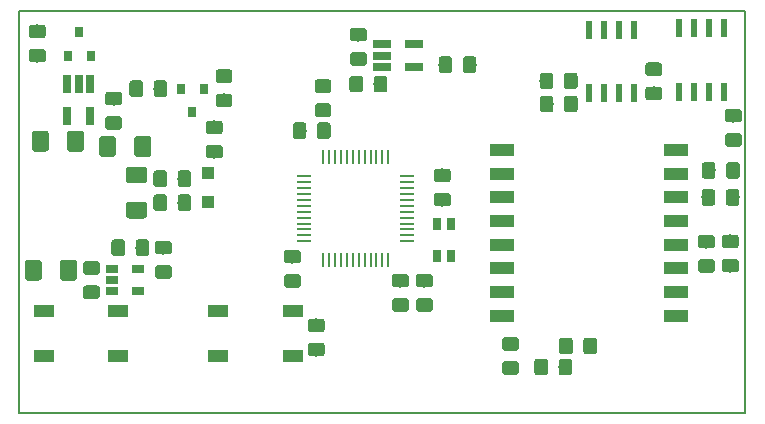
<source format=gbr>
G04 #@! TF.GenerationSoftware,KiCad,Pcbnew,(5.0.2)-1*
G04 #@! TF.CreationDate,2019-11-27T09:51:44+01:00*
G04 #@! TF.ProjectId,LoRa_Tracker,4c6f5261-5f54-4726-9163-6b65722e6b69,rev?*
G04 #@! TF.SameCoordinates,Original*
G04 #@! TF.FileFunction,Paste,Top*
G04 #@! TF.FilePolarity,Positive*
%FSLAX46Y46*%
G04 Gerber Fmt 4.6, Leading zero omitted, Abs format (unit mm)*
G04 Created by KiCad (PCBNEW (5.0.2)-1) date 27.11.2019 09:51:44*
%MOMM*%
%LPD*%
G01*
G04 APERTURE LIST*
%ADD10C,0.200000*%
%ADD11R,2.000000X1.000000*%
%ADD12R,1.300000X0.250000*%
%ADD13R,0.250000X1.300000*%
%ADD14C,0.100000*%
%ADD15C,1.150000*%
%ADD16R,0.600000X1.550000*%
%ADD17R,1.000000X1.000000*%
%ADD18R,0.800000X0.900000*%
%ADD19R,1.060000X0.650000*%
%ADD20R,1.700000X1.000000*%
%ADD21R,0.800000X1.000000*%
%ADD22R,0.650000X1.560000*%
%ADD23C,1.425000*%
%ADD24R,1.560000X0.650000*%
G04 APERTURE END LIST*
D10*
X191516000Y-109982000D02*
X191516000Y-144018000D01*
X130048000Y-144018000D02*
X191516000Y-144018000D01*
X130048000Y-109982000D02*
X130048000Y-144018000D01*
X130048000Y-109982000D02*
X191516000Y-109982000D01*
D11*
G04 #@! TO.C,MOD1*
X170874000Y-121794000D03*
X170874000Y-123794000D03*
X170874000Y-125794000D03*
X170874000Y-127794000D03*
X170874000Y-129794000D03*
X170874000Y-131794000D03*
X170874000Y-133794000D03*
X170874000Y-135794000D03*
X185674000Y-135794000D03*
X185674000Y-133794000D03*
X185674000Y-131794000D03*
X185674000Y-129794000D03*
X185674000Y-127794000D03*
X185674000Y-125794000D03*
X185674000Y-123794000D03*
X185674000Y-121794000D03*
G04 #@! TD*
D12*
G04 #@! TO.C,IC4*
X162878000Y-129500000D03*
X162878000Y-129000000D03*
X162878000Y-128500000D03*
X162878000Y-128000000D03*
X162878000Y-127500000D03*
X162878000Y-127000000D03*
X162878000Y-126500000D03*
X162878000Y-126000000D03*
X162878000Y-125500000D03*
X162878000Y-125000000D03*
X162878000Y-124500000D03*
X162878000Y-124000000D03*
D13*
X161278000Y-122400000D03*
X160778000Y-122400000D03*
X160278000Y-122400000D03*
X159778000Y-122400000D03*
X159278000Y-122400000D03*
X158778000Y-122400000D03*
X158278000Y-122400000D03*
X157778000Y-122400000D03*
X157278000Y-122400000D03*
X156778000Y-122400000D03*
X156278000Y-122400000D03*
X155778000Y-122400000D03*
D12*
X154178000Y-124000000D03*
X154178000Y-124500000D03*
X154178000Y-125000000D03*
X154178000Y-125500000D03*
X154178000Y-126000000D03*
X154178000Y-126500000D03*
X154178000Y-127000000D03*
X154178000Y-127500000D03*
X154178000Y-128000000D03*
X154178000Y-128500000D03*
X154178000Y-129000000D03*
X154178000Y-129500000D03*
D13*
X155778000Y-131100000D03*
X156278000Y-131100000D03*
X156778000Y-131100000D03*
X157278000Y-131100000D03*
X157778000Y-131100000D03*
X158278000Y-131100000D03*
X158778000Y-131100000D03*
X159278000Y-131100000D03*
X159778000Y-131100000D03*
X160278000Y-131100000D03*
X160778000Y-131100000D03*
X161278000Y-131100000D03*
G04 #@! TD*
D14*
G04 #@! TO.C,R4*
G36*
X155668505Y-136043804D02*
X155692773Y-136047404D01*
X155716572Y-136053365D01*
X155739671Y-136061630D01*
X155761850Y-136072120D01*
X155782893Y-136084732D01*
X155802599Y-136099347D01*
X155820777Y-136115823D01*
X155837253Y-136134001D01*
X155851868Y-136153707D01*
X155864480Y-136174750D01*
X155874970Y-136196929D01*
X155883235Y-136220028D01*
X155889196Y-136243827D01*
X155892796Y-136268095D01*
X155894000Y-136292599D01*
X155894000Y-136942601D01*
X155892796Y-136967105D01*
X155889196Y-136991373D01*
X155883235Y-137015172D01*
X155874970Y-137038271D01*
X155864480Y-137060450D01*
X155851868Y-137081493D01*
X155837253Y-137101199D01*
X155820777Y-137119377D01*
X155802599Y-137135853D01*
X155782893Y-137150468D01*
X155761850Y-137163080D01*
X155739671Y-137173570D01*
X155716572Y-137181835D01*
X155692773Y-137187796D01*
X155668505Y-137191396D01*
X155644001Y-137192600D01*
X154743999Y-137192600D01*
X154719495Y-137191396D01*
X154695227Y-137187796D01*
X154671428Y-137181835D01*
X154648329Y-137173570D01*
X154626150Y-137163080D01*
X154605107Y-137150468D01*
X154585401Y-137135853D01*
X154567223Y-137119377D01*
X154550747Y-137101199D01*
X154536132Y-137081493D01*
X154523520Y-137060450D01*
X154513030Y-137038271D01*
X154504765Y-137015172D01*
X154498804Y-136991373D01*
X154495204Y-136967105D01*
X154494000Y-136942601D01*
X154494000Y-136292599D01*
X154495204Y-136268095D01*
X154498804Y-136243827D01*
X154504765Y-136220028D01*
X154513030Y-136196929D01*
X154523520Y-136174750D01*
X154536132Y-136153707D01*
X154550747Y-136134001D01*
X154567223Y-136115823D01*
X154585401Y-136099347D01*
X154605107Y-136084732D01*
X154626150Y-136072120D01*
X154648329Y-136061630D01*
X154671428Y-136053365D01*
X154695227Y-136047404D01*
X154719495Y-136043804D01*
X154743999Y-136042600D01*
X155644001Y-136042600D01*
X155668505Y-136043804D01*
X155668505Y-136043804D01*
G37*
D15*
X155194000Y-136617600D03*
D14*
G36*
X155668505Y-138093804D02*
X155692773Y-138097404D01*
X155716572Y-138103365D01*
X155739671Y-138111630D01*
X155761850Y-138122120D01*
X155782893Y-138134732D01*
X155802599Y-138149347D01*
X155820777Y-138165823D01*
X155837253Y-138184001D01*
X155851868Y-138203707D01*
X155864480Y-138224750D01*
X155874970Y-138246929D01*
X155883235Y-138270028D01*
X155889196Y-138293827D01*
X155892796Y-138318095D01*
X155894000Y-138342599D01*
X155894000Y-138992601D01*
X155892796Y-139017105D01*
X155889196Y-139041373D01*
X155883235Y-139065172D01*
X155874970Y-139088271D01*
X155864480Y-139110450D01*
X155851868Y-139131493D01*
X155837253Y-139151199D01*
X155820777Y-139169377D01*
X155802599Y-139185853D01*
X155782893Y-139200468D01*
X155761850Y-139213080D01*
X155739671Y-139223570D01*
X155716572Y-139231835D01*
X155692773Y-139237796D01*
X155668505Y-139241396D01*
X155644001Y-139242600D01*
X154743999Y-139242600D01*
X154719495Y-139241396D01*
X154695227Y-139237796D01*
X154671428Y-139231835D01*
X154648329Y-139223570D01*
X154626150Y-139213080D01*
X154605107Y-139200468D01*
X154585401Y-139185853D01*
X154567223Y-139169377D01*
X154550747Y-139151199D01*
X154536132Y-139131493D01*
X154523520Y-139110450D01*
X154513030Y-139088271D01*
X154504765Y-139065172D01*
X154498804Y-139041373D01*
X154495204Y-139017105D01*
X154494000Y-138992601D01*
X154494000Y-138342599D01*
X154495204Y-138318095D01*
X154498804Y-138293827D01*
X154504765Y-138270028D01*
X154513030Y-138246929D01*
X154523520Y-138224750D01*
X154536132Y-138203707D01*
X154550747Y-138184001D01*
X154567223Y-138165823D01*
X154585401Y-138149347D01*
X154605107Y-138134732D01*
X154626150Y-138122120D01*
X154648329Y-138111630D01*
X154671428Y-138103365D01*
X154695227Y-138097404D01*
X154719495Y-138093804D01*
X154743999Y-138092600D01*
X155644001Y-138092600D01*
X155668505Y-138093804D01*
X155668505Y-138093804D01*
G37*
D15*
X155194000Y-138667600D03*
G04 #@! TD*
D16*
G04 #@! TO.C,IC3*
X189738000Y-111440000D03*
X188468000Y-111440000D03*
X187198000Y-111440000D03*
X185928000Y-111440000D03*
X185928000Y-116840000D03*
X187198000Y-116840000D03*
X188468000Y-116840000D03*
X189738000Y-116840000D03*
G04 #@! TD*
D14*
G04 #@! TO.C,C1*
G36*
X190720505Y-128948204D02*
X190744773Y-128951804D01*
X190768572Y-128957765D01*
X190791671Y-128966030D01*
X190813850Y-128976520D01*
X190834893Y-128989132D01*
X190854599Y-129003747D01*
X190872777Y-129020223D01*
X190889253Y-129038401D01*
X190903868Y-129058107D01*
X190916480Y-129079150D01*
X190926970Y-129101329D01*
X190935235Y-129124428D01*
X190941196Y-129148227D01*
X190944796Y-129172495D01*
X190946000Y-129196999D01*
X190946000Y-129847001D01*
X190944796Y-129871505D01*
X190941196Y-129895773D01*
X190935235Y-129919572D01*
X190926970Y-129942671D01*
X190916480Y-129964850D01*
X190903868Y-129985893D01*
X190889253Y-130005599D01*
X190872777Y-130023777D01*
X190854599Y-130040253D01*
X190834893Y-130054868D01*
X190813850Y-130067480D01*
X190791671Y-130077970D01*
X190768572Y-130086235D01*
X190744773Y-130092196D01*
X190720505Y-130095796D01*
X190696001Y-130097000D01*
X189795999Y-130097000D01*
X189771495Y-130095796D01*
X189747227Y-130092196D01*
X189723428Y-130086235D01*
X189700329Y-130077970D01*
X189678150Y-130067480D01*
X189657107Y-130054868D01*
X189637401Y-130040253D01*
X189619223Y-130023777D01*
X189602747Y-130005599D01*
X189588132Y-129985893D01*
X189575520Y-129964850D01*
X189565030Y-129942671D01*
X189556765Y-129919572D01*
X189550804Y-129895773D01*
X189547204Y-129871505D01*
X189546000Y-129847001D01*
X189546000Y-129196999D01*
X189547204Y-129172495D01*
X189550804Y-129148227D01*
X189556765Y-129124428D01*
X189565030Y-129101329D01*
X189575520Y-129079150D01*
X189588132Y-129058107D01*
X189602747Y-129038401D01*
X189619223Y-129020223D01*
X189637401Y-129003747D01*
X189657107Y-128989132D01*
X189678150Y-128976520D01*
X189700329Y-128966030D01*
X189723428Y-128957765D01*
X189747227Y-128951804D01*
X189771495Y-128948204D01*
X189795999Y-128947000D01*
X190696001Y-128947000D01*
X190720505Y-128948204D01*
X190720505Y-128948204D01*
G37*
D15*
X190246000Y-129522000D03*
D14*
G36*
X190720505Y-130998204D02*
X190744773Y-131001804D01*
X190768572Y-131007765D01*
X190791671Y-131016030D01*
X190813850Y-131026520D01*
X190834893Y-131039132D01*
X190854599Y-131053747D01*
X190872777Y-131070223D01*
X190889253Y-131088401D01*
X190903868Y-131108107D01*
X190916480Y-131129150D01*
X190926970Y-131151329D01*
X190935235Y-131174428D01*
X190941196Y-131198227D01*
X190944796Y-131222495D01*
X190946000Y-131246999D01*
X190946000Y-131897001D01*
X190944796Y-131921505D01*
X190941196Y-131945773D01*
X190935235Y-131969572D01*
X190926970Y-131992671D01*
X190916480Y-132014850D01*
X190903868Y-132035893D01*
X190889253Y-132055599D01*
X190872777Y-132073777D01*
X190854599Y-132090253D01*
X190834893Y-132104868D01*
X190813850Y-132117480D01*
X190791671Y-132127970D01*
X190768572Y-132136235D01*
X190744773Y-132142196D01*
X190720505Y-132145796D01*
X190696001Y-132147000D01*
X189795999Y-132147000D01*
X189771495Y-132145796D01*
X189747227Y-132142196D01*
X189723428Y-132136235D01*
X189700329Y-132127970D01*
X189678150Y-132117480D01*
X189657107Y-132104868D01*
X189637401Y-132090253D01*
X189619223Y-132073777D01*
X189602747Y-132055599D01*
X189588132Y-132035893D01*
X189575520Y-132014850D01*
X189565030Y-131992671D01*
X189556765Y-131969572D01*
X189550804Y-131945773D01*
X189547204Y-131921505D01*
X189546000Y-131897001D01*
X189546000Y-131246999D01*
X189547204Y-131222495D01*
X189550804Y-131198227D01*
X189556765Y-131174428D01*
X189565030Y-131151329D01*
X189575520Y-131129150D01*
X189588132Y-131108107D01*
X189602747Y-131088401D01*
X189619223Y-131070223D01*
X189637401Y-131053747D01*
X189657107Y-131039132D01*
X189678150Y-131026520D01*
X189700329Y-131016030D01*
X189723428Y-131007765D01*
X189747227Y-131001804D01*
X189771495Y-130998204D01*
X189795999Y-130997000D01*
X190696001Y-130997000D01*
X190720505Y-130998204D01*
X190720505Y-130998204D01*
G37*
D15*
X190246000Y-131572000D03*
G04 #@! TD*
D14*
G04 #@! TO.C,C2*
G36*
X188688505Y-128966204D02*
X188712773Y-128969804D01*
X188736572Y-128975765D01*
X188759671Y-128984030D01*
X188781850Y-128994520D01*
X188802893Y-129007132D01*
X188822599Y-129021747D01*
X188840777Y-129038223D01*
X188857253Y-129056401D01*
X188871868Y-129076107D01*
X188884480Y-129097150D01*
X188894970Y-129119329D01*
X188903235Y-129142428D01*
X188909196Y-129166227D01*
X188912796Y-129190495D01*
X188914000Y-129214999D01*
X188914000Y-129865001D01*
X188912796Y-129889505D01*
X188909196Y-129913773D01*
X188903235Y-129937572D01*
X188894970Y-129960671D01*
X188884480Y-129982850D01*
X188871868Y-130003893D01*
X188857253Y-130023599D01*
X188840777Y-130041777D01*
X188822599Y-130058253D01*
X188802893Y-130072868D01*
X188781850Y-130085480D01*
X188759671Y-130095970D01*
X188736572Y-130104235D01*
X188712773Y-130110196D01*
X188688505Y-130113796D01*
X188664001Y-130115000D01*
X187763999Y-130115000D01*
X187739495Y-130113796D01*
X187715227Y-130110196D01*
X187691428Y-130104235D01*
X187668329Y-130095970D01*
X187646150Y-130085480D01*
X187625107Y-130072868D01*
X187605401Y-130058253D01*
X187587223Y-130041777D01*
X187570747Y-130023599D01*
X187556132Y-130003893D01*
X187543520Y-129982850D01*
X187533030Y-129960671D01*
X187524765Y-129937572D01*
X187518804Y-129913773D01*
X187515204Y-129889505D01*
X187514000Y-129865001D01*
X187514000Y-129214999D01*
X187515204Y-129190495D01*
X187518804Y-129166227D01*
X187524765Y-129142428D01*
X187533030Y-129119329D01*
X187543520Y-129097150D01*
X187556132Y-129076107D01*
X187570747Y-129056401D01*
X187587223Y-129038223D01*
X187605401Y-129021747D01*
X187625107Y-129007132D01*
X187646150Y-128994520D01*
X187668329Y-128984030D01*
X187691428Y-128975765D01*
X187715227Y-128969804D01*
X187739495Y-128966204D01*
X187763999Y-128965000D01*
X188664001Y-128965000D01*
X188688505Y-128966204D01*
X188688505Y-128966204D01*
G37*
D15*
X188214000Y-129540000D03*
D14*
G36*
X188688505Y-131016204D02*
X188712773Y-131019804D01*
X188736572Y-131025765D01*
X188759671Y-131034030D01*
X188781850Y-131044520D01*
X188802893Y-131057132D01*
X188822599Y-131071747D01*
X188840777Y-131088223D01*
X188857253Y-131106401D01*
X188871868Y-131126107D01*
X188884480Y-131147150D01*
X188894970Y-131169329D01*
X188903235Y-131192428D01*
X188909196Y-131216227D01*
X188912796Y-131240495D01*
X188914000Y-131264999D01*
X188914000Y-131915001D01*
X188912796Y-131939505D01*
X188909196Y-131963773D01*
X188903235Y-131987572D01*
X188894970Y-132010671D01*
X188884480Y-132032850D01*
X188871868Y-132053893D01*
X188857253Y-132073599D01*
X188840777Y-132091777D01*
X188822599Y-132108253D01*
X188802893Y-132122868D01*
X188781850Y-132135480D01*
X188759671Y-132145970D01*
X188736572Y-132154235D01*
X188712773Y-132160196D01*
X188688505Y-132163796D01*
X188664001Y-132165000D01*
X187763999Y-132165000D01*
X187739495Y-132163796D01*
X187715227Y-132160196D01*
X187691428Y-132154235D01*
X187668329Y-132145970D01*
X187646150Y-132135480D01*
X187625107Y-132122868D01*
X187605401Y-132108253D01*
X187587223Y-132091777D01*
X187570747Y-132073599D01*
X187556132Y-132053893D01*
X187543520Y-132032850D01*
X187533030Y-132010671D01*
X187524765Y-131987572D01*
X187518804Y-131963773D01*
X187515204Y-131939505D01*
X187514000Y-131915001D01*
X187514000Y-131264999D01*
X187515204Y-131240495D01*
X187518804Y-131216227D01*
X187524765Y-131192428D01*
X187533030Y-131169329D01*
X187543520Y-131147150D01*
X187556132Y-131126107D01*
X187570747Y-131106401D01*
X187587223Y-131088223D01*
X187605401Y-131071747D01*
X187625107Y-131057132D01*
X187646150Y-131044520D01*
X187668329Y-131034030D01*
X187691428Y-131025765D01*
X187715227Y-131019804D01*
X187739495Y-131016204D01*
X187763999Y-131015000D01*
X188664001Y-131015000D01*
X188688505Y-131016204D01*
X188688505Y-131016204D01*
G37*
D15*
X188214000Y-131590000D03*
G04 #@! TD*
D14*
G04 #@! TO.C,C3*
G36*
X132046505Y-111168204D02*
X132070773Y-111171804D01*
X132094572Y-111177765D01*
X132117671Y-111186030D01*
X132139850Y-111196520D01*
X132160893Y-111209132D01*
X132180599Y-111223747D01*
X132198777Y-111240223D01*
X132215253Y-111258401D01*
X132229868Y-111278107D01*
X132242480Y-111299150D01*
X132252970Y-111321329D01*
X132261235Y-111344428D01*
X132267196Y-111368227D01*
X132270796Y-111392495D01*
X132272000Y-111416999D01*
X132272000Y-112067001D01*
X132270796Y-112091505D01*
X132267196Y-112115773D01*
X132261235Y-112139572D01*
X132252970Y-112162671D01*
X132242480Y-112184850D01*
X132229868Y-112205893D01*
X132215253Y-112225599D01*
X132198777Y-112243777D01*
X132180599Y-112260253D01*
X132160893Y-112274868D01*
X132139850Y-112287480D01*
X132117671Y-112297970D01*
X132094572Y-112306235D01*
X132070773Y-112312196D01*
X132046505Y-112315796D01*
X132022001Y-112317000D01*
X131121999Y-112317000D01*
X131097495Y-112315796D01*
X131073227Y-112312196D01*
X131049428Y-112306235D01*
X131026329Y-112297970D01*
X131004150Y-112287480D01*
X130983107Y-112274868D01*
X130963401Y-112260253D01*
X130945223Y-112243777D01*
X130928747Y-112225599D01*
X130914132Y-112205893D01*
X130901520Y-112184850D01*
X130891030Y-112162671D01*
X130882765Y-112139572D01*
X130876804Y-112115773D01*
X130873204Y-112091505D01*
X130872000Y-112067001D01*
X130872000Y-111416999D01*
X130873204Y-111392495D01*
X130876804Y-111368227D01*
X130882765Y-111344428D01*
X130891030Y-111321329D01*
X130901520Y-111299150D01*
X130914132Y-111278107D01*
X130928747Y-111258401D01*
X130945223Y-111240223D01*
X130963401Y-111223747D01*
X130983107Y-111209132D01*
X131004150Y-111196520D01*
X131026329Y-111186030D01*
X131049428Y-111177765D01*
X131073227Y-111171804D01*
X131097495Y-111168204D01*
X131121999Y-111167000D01*
X132022001Y-111167000D01*
X132046505Y-111168204D01*
X132046505Y-111168204D01*
G37*
D15*
X131572000Y-111742000D03*
D14*
G36*
X132046505Y-113218204D02*
X132070773Y-113221804D01*
X132094572Y-113227765D01*
X132117671Y-113236030D01*
X132139850Y-113246520D01*
X132160893Y-113259132D01*
X132180599Y-113273747D01*
X132198777Y-113290223D01*
X132215253Y-113308401D01*
X132229868Y-113328107D01*
X132242480Y-113349150D01*
X132252970Y-113371329D01*
X132261235Y-113394428D01*
X132267196Y-113418227D01*
X132270796Y-113442495D01*
X132272000Y-113466999D01*
X132272000Y-114117001D01*
X132270796Y-114141505D01*
X132267196Y-114165773D01*
X132261235Y-114189572D01*
X132252970Y-114212671D01*
X132242480Y-114234850D01*
X132229868Y-114255893D01*
X132215253Y-114275599D01*
X132198777Y-114293777D01*
X132180599Y-114310253D01*
X132160893Y-114324868D01*
X132139850Y-114337480D01*
X132117671Y-114347970D01*
X132094572Y-114356235D01*
X132070773Y-114362196D01*
X132046505Y-114365796D01*
X132022001Y-114367000D01*
X131121999Y-114367000D01*
X131097495Y-114365796D01*
X131073227Y-114362196D01*
X131049428Y-114356235D01*
X131026329Y-114347970D01*
X131004150Y-114337480D01*
X130983107Y-114324868D01*
X130963401Y-114310253D01*
X130945223Y-114293777D01*
X130928747Y-114275599D01*
X130914132Y-114255893D01*
X130901520Y-114234850D01*
X130891030Y-114212671D01*
X130882765Y-114189572D01*
X130876804Y-114165773D01*
X130873204Y-114141505D01*
X130872000Y-114117001D01*
X130872000Y-113466999D01*
X130873204Y-113442495D01*
X130876804Y-113418227D01*
X130882765Y-113394428D01*
X130891030Y-113371329D01*
X130901520Y-113349150D01*
X130914132Y-113328107D01*
X130928747Y-113308401D01*
X130945223Y-113290223D01*
X130963401Y-113273747D01*
X130983107Y-113259132D01*
X131004150Y-113246520D01*
X131026329Y-113236030D01*
X131049428Y-113227765D01*
X131073227Y-113221804D01*
X131097495Y-113218204D01*
X131121999Y-113217000D01*
X132022001Y-113217000D01*
X132046505Y-113218204D01*
X132046505Y-113218204D01*
G37*
D15*
X131572000Y-113792000D03*
G04 #@! TD*
D14*
G04 #@! TO.C,C6*
G36*
X142714505Y-131524204D02*
X142738773Y-131527804D01*
X142762572Y-131533765D01*
X142785671Y-131542030D01*
X142807850Y-131552520D01*
X142828893Y-131565132D01*
X142848599Y-131579747D01*
X142866777Y-131596223D01*
X142883253Y-131614401D01*
X142897868Y-131634107D01*
X142910480Y-131655150D01*
X142920970Y-131677329D01*
X142929235Y-131700428D01*
X142935196Y-131724227D01*
X142938796Y-131748495D01*
X142940000Y-131772999D01*
X142940000Y-132423001D01*
X142938796Y-132447505D01*
X142935196Y-132471773D01*
X142929235Y-132495572D01*
X142920970Y-132518671D01*
X142910480Y-132540850D01*
X142897868Y-132561893D01*
X142883253Y-132581599D01*
X142866777Y-132599777D01*
X142848599Y-132616253D01*
X142828893Y-132630868D01*
X142807850Y-132643480D01*
X142785671Y-132653970D01*
X142762572Y-132662235D01*
X142738773Y-132668196D01*
X142714505Y-132671796D01*
X142690001Y-132673000D01*
X141789999Y-132673000D01*
X141765495Y-132671796D01*
X141741227Y-132668196D01*
X141717428Y-132662235D01*
X141694329Y-132653970D01*
X141672150Y-132643480D01*
X141651107Y-132630868D01*
X141631401Y-132616253D01*
X141613223Y-132599777D01*
X141596747Y-132581599D01*
X141582132Y-132561893D01*
X141569520Y-132540850D01*
X141559030Y-132518671D01*
X141550765Y-132495572D01*
X141544804Y-132471773D01*
X141541204Y-132447505D01*
X141540000Y-132423001D01*
X141540000Y-131772999D01*
X141541204Y-131748495D01*
X141544804Y-131724227D01*
X141550765Y-131700428D01*
X141559030Y-131677329D01*
X141569520Y-131655150D01*
X141582132Y-131634107D01*
X141596747Y-131614401D01*
X141613223Y-131596223D01*
X141631401Y-131579747D01*
X141651107Y-131565132D01*
X141672150Y-131552520D01*
X141694329Y-131542030D01*
X141717428Y-131533765D01*
X141741227Y-131527804D01*
X141765495Y-131524204D01*
X141789999Y-131523000D01*
X142690001Y-131523000D01*
X142714505Y-131524204D01*
X142714505Y-131524204D01*
G37*
D15*
X142240000Y-132098000D03*
D14*
G36*
X142714505Y-129474204D02*
X142738773Y-129477804D01*
X142762572Y-129483765D01*
X142785671Y-129492030D01*
X142807850Y-129502520D01*
X142828893Y-129515132D01*
X142848599Y-129529747D01*
X142866777Y-129546223D01*
X142883253Y-129564401D01*
X142897868Y-129584107D01*
X142910480Y-129605150D01*
X142920970Y-129627329D01*
X142929235Y-129650428D01*
X142935196Y-129674227D01*
X142938796Y-129698495D01*
X142940000Y-129722999D01*
X142940000Y-130373001D01*
X142938796Y-130397505D01*
X142935196Y-130421773D01*
X142929235Y-130445572D01*
X142920970Y-130468671D01*
X142910480Y-130490850D01*
X142897868Y-130511893D01*
X142883253Y-130531599D01*
X142866777Y-130549777D01*
X142848599Y-130566253D01*
X142828893Y-130580868D01*
X142807850Y-130593480D01*
X142785671Y-130603970D01*
X142762572Y-130612235D01*
X142738773Y-130618196D01*
X142714505Y-130621796D01*
X142690001Y-130623000D01*
X141789999Y-130623000D01*
X141765495Y-130621796D01*
X141741227Y-130618196D01*
X141717428Y-130612235D01*
X141694329Y-130603970D01*
X141672150Y-130593480D01*
X141651107Y-130580868D01*
X141631401Y-130566253D01*
X141613223Y-130549777D01*
X141596747Y-130531599D01*
X141582132Y-130511893D01*
X141569520Y-130490850D01*
X141559030Y-130468671D01*
X141550765Y-130445572D01*
X141544804Y-130421773D01*
X141541204Y-130397505D01*
X141540000Y-130373001D01*
X141540000Y-129722999D01*
X141541204Y-129698495D01*
X141544804Y-129674227D01*
X141550765Y-129650428D01*
X141559030Y-129627329D01*
X141569520Y-129605150D01*
X141582132Y-129584107D01*
X141596747Y-129564401D01*
X141613223Y-129546223D01*
X141631401Y-129529747D01*
X141651107Y-129515132D01*
X141672150Y-129502520D01*
X141694329Y-129492030D01*
X141717428Y-129483765D01*
X141741227Y-129477804D01*
X141765495Y-129474204D01*
X141789999Y-129473000D01*
X142690001Y-129473000D01*
X142714505Y-129474204D01*
X142714505Y-129474204D01*
G37*
D15*
X142240000Y-130048000D03*
G04 #@! TD*
D14*
G04 #@! TO.C,C7*
G36*
X190974505Y-118298204D02*
X190998773Y-118301804D01*
X191022572Y-118307765D01*
X191045671Y-118316030D01*
X191067850Y-118326520D01*
X191088893Y-118339132D01*
X191108599Y-118353747D01*
X191126777Y-118370223D01*
X191143253Y-118388401D01*
X191157868Y-118408107D01*
X191170480Y-118429150D01*
X191180970Y-118451329D01*
X191189235Y-118474428D01*
X191195196Y-118498227D01*
X191198796Y-118522495D01*
X191200000Y-118546999D01*
X191200000Y-119197001D01*
X191198796Y-119221505D01*
X191195196Y-119245773D01*
X191189235Y-119269572D01*
X191180970Y-119292671D01*
X191170480Y-119314850D01*
X191157868Y-119335893D01*
X191143253Y-119355599D01*
X191126777Y-119373777D01*
X191108599Y-119390253D01*
X191088893Y-119404868D01*
X191067850Y-119417480D01*
X191045671Y-119427970D01*
X191022572Y-119436235D01*
X190998773Y-119442196D01*
X190974505Y-119445796D01*
X190950001Y-119447000D01*
X190049999Y-119447000D01*
X190025495Y-119445796D01*
X190001227Y-119442196D01*
X189977428Y-119436235D01*
X189954329Y-119427970D01*
X189932150Y-119417480D01*
X189911107Y-119404868D01*
X189891401Y-119390253D01*
X189873223Y-119373777D01*
X189856747Y-119355599D01*
X189842132Y-119335893D01*
X189829520Y-119314850D01*
X189819030Y-119292671D01*
X189810765Y-119269572D01*
X189804804Y-119245773D01*
X189801204Y-119221505D01*
X189800000Y-119197001D01*
X189800000Y-118546999D01*
X189801204Y-118522495D01*
X189804804Y-118498227D01*
X189810765Y-118474428D01*
X189819030Y-118451329D01*
X189829520Y-118429150D01*
X189842132Y-118408107D01*
X189856747Y-118388401D01*
X189873223Y-118370223D01*
X189891401Y-118353747D01*
X189911107Y-118339132D01*
X189932150Y-118326520D01*
X189954329Y-118316030D01*
X189977428Y-118307765D01*
X190001227Y-118301804D01*
X190025495Y-118298204D01*
X190049999Y-118297000D01*
X190950001Y-118297000D01*
X190974505Y-118298204D01*
X190974505Y-118298204D01*
G37*
D15*
X190500000Y-118872000D03*
D14*
G36*
X190974505Y-120348204D02*
X190998773Y-120351804D01*
X191022572Y-120357765D01*
X191045671Y-120366030D01*
X191067850Y-120376520D01*
X191088893Y-120389132D01*
X191108599Y-120403747D01*
X191126777Y-120420223D01*
X191143253Y-120438401D01*
X191157868Y-120458107D01*
X191170480Y-120479150D01*
X191180970Y-120501329D01*
X191189235Y-120524428D01*
X191195196Y-120548227D01*
X191198796Y-120572495D01*
X191200000Y-120596999D01*
X191200000Y-121247001D01*
X191198796Y-121271505D01*
X191195196Y-121295773D01*
X191189235Y-121319572D01*
X191180970Y-121342671D01*
X191170480Y-121364850D01*
X191157868Y-121385893D01*
X191143253Y-121405599D01*
X191126777Y-121423777D01*
X191108599Y-121440253D01*
X191088893Y-121454868D01*
X191067850Y-121467480D01*
X191045671Y-121477970D01*
X191022572Y-121486235D01*
X190998773Y-121492196D01*
X190974505Y-121495796D01*
X190950001Y-121497000D01*
X190049999Y-121497000D01*
X190025495Y-121495796D01*
X190001227Y-121492196D01*
X189977428Y-121486235D01*
X189954329Y-121477970D01*
X189932150Y-121467480D01*
X189911107Y-121454868D01*
X189891401Y-121440253D01*
X189873223Y-121423777D01*
X189856747Y-121405599D01*
X189842132Y-121385893D01*
X189829520Y-121364850D01*
X189819030Y-121342671D01*
X189810765Y-121319572D01*
X189804804Y-121295773D01*
X189801204Y-121271505D01*
X189800000Y-121247001D01*
X189800000Y-120596999D01*
X189801204Y-120572495D01*
X189804804Y-120548227D01*
X189810765Y-120524428D01*
X189819030Y-120501329D01*
X189829520Y-120479150D01*
X189842132Y-120458107D01*
X189856747Y-120438401D01*
X189873223Y-120420223D01*
X189891401Y-120403747D01*
X189911107Y-120389132D01*
X189932150Y-120376520D01*
X189954329Y-120366030D01*
X189977428Y-120357765D01*
X190001227Y-120351804D01*
X190025495Y-120348204D01*
X190049999Y-120347000D01*
X190950001Y-120347000D01*
X190974505Y-120348204D01*
X190974505Y-120348204D01*
G37*
D15*
X190500000Y-120922000D03*
G04 #@! TD*
D14*
G04 #@! TO.C,C8*
G36*
X164812505Y-134318204D02*
X164836773Y-134321804D01*
X164860572Y-134327765D01*
X164883671Y-134336030D01*
X164905850Y-134346520D01*
X164926893Y-134359132D01*
X164946599Y-134373747D01*
X164964777Y-134390223D01*
X164981253Y-134408401D01*
X164995868Y-134428107D01*
X165008480Y-134449150D01*
X165018970Y-134471329D01*
X165027235Y-134494428D01*
X165033196Y-134518227D01*
X165036796Y-134542495D01*
X165038000Y-134566999D01*
X165038000Y-135217001D01*
X165036796Y-135241505D01*
X165033196Y-135265773D01*
X165027235Y-135289572D01*
X165018970Y-135312671D01*
X165008480Y-135334850D01*
X164995868Y-135355893D01*
X164981253Y-135375599D01*
X164964777Y-135393777D01*
X164946599Y-135410253D01*
X164926893Y-135424868D01*
X164905850Y-135437480D01*
X164883671Y-135447970D01*
X164860572Y-135456235D01*
X164836773Y-135462196D01*
X164812505Y-135465796D01*
X164788001Y-135467000D01*
X163887999Y-135467000D01*
X163863495Y-135465796D01*
X163839227Y-135462196D01*
X163815428Y-135456235D01*
X163792329Y-135447970D01*
X163770150Y-135437480D01*
X163749107Y-135424868D01*
X163729401Y-135410253D01*
X163711223Y-135393777D01*
X163694747Y-135375599D01*
X163680132Y-135355893D01*
X163667520Y-135334850D01*
X163657030Y-135312671D01*
X163648765Y-135289572D01*
X163642804Y-135265773D01*
X163639204Y-135241505D01*
X163638000Y-135217001D01*
X163638000Y-134566999D01*
X163639204Y-134542495D01*
X163642804Y-134518227D01*
X163648765Y-134494428D01*
X163657030Y-134471329D01*
X163667520Y-134449150D01*
X163680132Y-134428107D01*
X163694747Y-134408401D01*
X163711223Y-134390223D01*
X163729401Y-134373747D01*
X163749107Y-134359132D01*
X163770150Y-134346520D01*
X163792329Y-134336030D01*
X163815428Y-134327765D01*
X163839227Y-134321804D01*
X163863495Y-134318204D01*
X163887999Y-134317000D01*
X164788001Y-134317000D01*
X164812505Y-134318204D01*
X164812505Y-134318204D01*
G37*
D15*
X164338000Y-134892000D03*
D14*
G36*
X164812505Y-132268204D02*
X164836773Y-132271804D01*
X164860572Y-132277765D01*
X164883671Y-132286030D01*
X164905850Y-132296520D01*
X164926893Y-132309132D01*
X164946599Y-132323747D01*
X164964777Y-132340223D01*
X164981253Y-132358401D01*
X164995868Y-132378107D01*
X165008480Y-132399150D01*
X165018970Y-132421329D01*
X165027235Y-132444428D01*
X165033196Y-132468227D01*
X165036796Y-132492495D01*
X165038000Y-132516999D01*
X165038000Y-133167001D01*
X165036796Y-133191505D01*
X165033196Y-133215773D01*
X165027235Y-133239572D01*
X165018970Y-133262671D01*
X165008480Y-133284850D01*
X164995868Y-133305893D01*
X164981253Y-133325599D01*
X164964777Y-133343777D01*
X164946599Y-133360253D01*
X164926893Y-133374868D01*
X164905850Y-133387480D01*
X164883671Y-133397970D01*
X164860572Y-133406235D01*
X164836773Y-133412196D01*
X164812505Y-133415796D01*
X164788001Y-133417000D01*
X163887999Y-133417000D01*
X163863495Y-133415796D01*
X163839227Y-133412196D01*
X163815428Y-133406235D01*
X163792329Y-133397970D01*
X163770150Y-133387480D01*
X163749107Y-133374868D01*
X163729401Y-133360253D01*
X163711223Y-133343777D01*
X163694747Y-133325599D01*
X163680132Y-133305893D01*
X163667520Y-133284850D01*
X163657030Y-133262671D01*
X163648765Y-133239572D01*
X163642804Y-133215773D01*
X163639204Y-133191505D01*
X163638000Y-133167001D01*
X163638000Y-132516999D01*
X163639204Y-132492495D01*
X163642804Y-132468227D01*
X163648765Y-132444428D01*
X163657030Y-132421329D01*
X163667520Y-132399150D01*
X163680132Y-132378107D01*
X163694747Y-132358401D01*
X163711223Y-132340223D01*
X163729401Y-132323747D01*
X163749107Y-132309132D01*
X163770150Y-132296520D01*
X163792329Y-132286030D01*
X163815428Y-132277765D01*
X163839227Y-132271804D01*
X163863495Y-132268204D01*
X163887999Y-132267000D01*
X164788001Y-132267000D01*
X164812505Y-132268204D01*
X164812505Y-132268204D01*
G37*
D15*
X164338000Y-132842000D03*
G04 #@! TD*
D14*
G04 #@! TO.C,C9*
G36*
X156178505Y-119443204D02*
X156202773Y-119446804D01*
X156226572Y-119452765D01*
X156249671Y-119461030D01*
X156271850Y-119471520D01*
X156292893Y-119484132D01*
X156312599Y-119498747D01*
X156330777Y-119515223D01*
X156347253Y-119533401D01*
X156361868Y-119553107D01*
X156374480Y-119574150D01*
X156384970Y-119596329D01*
X156393235Y-119619428D01*
X156399196Y-119643227D01*
X156402796Y-119667495D01*
X156404000Y-119691999D01*
X156404000Y-120592001D01*
X156402796Y-120616505D01*
X156399196Y-120640773D01*
X156393235Y-120664572D01*
X156384970Y-120687671D01*
X156374480Y-120709850D01*
X156361868Y-120730893D01*
X156347253Y-120750599D01*
X156330777Y-120768777D01*
X156312599Y-120785253D01*
X156292893Y-120799868D01*
X156271850Y-120812480D01*
X156249671Y-120822970D01*
X156226572Y-120831235D01*
X156202773Y-120837196D01*
X156178505Y-120840796D01*
X156154001Y-120842000D01*
X155503999Y-120842000D01*
X155479495Y-120840796D01*
X155455227Y-120837196D01*
X155431428Y-120831235D01*
X155408329Y-120822970D01*
X155386150Y-120812480D01*
X155365107Y-120799868D01*
X155345401Y-120785253D01*
X155327223Y-120768777D01*
X155310747Y-120750599D01*
X155296132Y-120730893D01*
X155283520Y-120709850D01*
X155273030Y-120687671D01*
X155264765Y-120664572D01*
X155258804Y-120640773D01*
X155255204Y-120616505D01*
X155254000Y-120592001D01*
X155254000Y-119691999D01*
X155255204Y-119667495D01*
X155258804Y-119643227D01*
X155264765Y-119619428D01*
X155273030Y-119596329D01*
X155283520Y-119574150D01*
X155296132Y-119553107D01*
X155310747Y-119533401D01*
X155327223Y-119515223D01*
X155345401Y-119498747D01*
X155365107Y-119484132D01*
X155386150Y-119471520D01*
X155408329Y-119461030D01*
X155431428Y-119452765D01*
X155455227Y-119446804D01*
X155479495Y-119443204D01*
X155503999Y-119442000D01*
X156154001Y-119442000D01*
X156178505Y-119443204D01*
X156178505Y-119443204D01*
G37*
D15*
X155829000Y-120142000D03*
D14*
G36*
X154128505Y-119443204D02*
X154152773Y-119446804D01*
X154176572Y-119452765D01*
X154199671Y-119461030D01*
X154221850Y-119471520D01*
X154242893Y-119484132D01*
X154262599Y-119498747D01*
X154280777Y-119515223D01*
X154297253Y-119533401D01*
X154311868Y-119553107D01*
X154324480Y-119574150D01*
X154334970Y-119596329D01*
X154343235Y-119619428D01*
X154349196Y-119643227D01*
X154352796Y-119667495D01*
X154354000Y-119691999D01*
X154354000Y-120592001D01*
X154352796Y-120616505D01*
X154349196Y-120640773D01*
X154343235Y-120664572D01*
X154334970Y-120687671D01*
X154324480Y-120709850D01*
X154311868Y-120730893D01*
X154297253Y-120750599D01*
X154280777Y-120768777D01*
X154262599Y-120785253D01*
X154242893Y-120799868D01*
X154221850Y-120812480D01*
X154199671Y-120822970D01*
X154176572Y-120831235D01*
X154152773Y-120837196D01*
X154128505Y-120840796D01*
X154104001Y-120842000D01*
X153453999Y-120842000D01*
X153429495Y-120840796D01*
X153405227Y-120837196D01*
X153381428Y-120831235D01*
X153358329Y-120822970D01*
X153336150Y-120812480D01*
X153315107Y-120799868D01*
X153295401Y-120785253D01*
X153277223Y-120768777D01*
X153260747Y-120750599D01*
X153246132Y-120730893D01*
X153233520Y-120709850D01*
X153223030Y-120687671D01*
X153214765Y-120664572D01*
X153208804Y-120640773D01*
X153205204Y-120616505D01*
X153204000Y-120592001D01*
X153204000Y-119691999D01*
X153205204Y-119667495D01*
X153208804Y-119643227D01*
X153214765Y-119619428D01*
X153223030Y-119596329D01*
X153233520Y-119574150D01*
X153246132Y-119553107D01*
X153260747Y-119533401D01*
X153277223Y-119515223D01*
X153295401Y-119498747D01*
X153315107Y-119484132D01*
X153336150Y-119471520D01*
X153358329Y-119461030D01*
X153381428Y-119452765D01*
X153405227Y-119446804D01*
X153429495Y-119443204D01*
X153453999Y-119442000D01*
X154104001Y-119442000D01*
X154128505Y-119443204D01*
X154128505Y-119443204D01*
G37*
D15*
X153779000Y-120142000D03*
G04 #@! TD*
D14*
G04 #@! TO.C,C10*
G36*
X166336505Y-123360204D02*
X166360773Y-123363804D01*
X166384572Y-123369765D01*
X166407671Y-123378030D01*
X166429850Y-123388520D01*
X166450893Y-123401132D01*
X166470599Y-123415747D01*
X166488777Y-123432223D01*
X166505253Y-123450401D01*
X166519868Y-123470107D01*
X166532480Y-123491150D01*
X166542970Y-123513329D01*
X166551235Y-123536428D01*
X166557196Y-123560227D01*
X166560796Y-123584495D01*
X166562000Y-123608999D01*
X166562000Y-124259001D01*
X166560796Y-124283505D01*
X166557196Y-124307773D01*
X166551235Y-124331572D01*
X166542970Y-124354671D01*
X166532480Y-124376850D01*
X166519868Y-124397893D01*
X166505253Y-124417599D01*
X166488777Y-124435777D01*
X166470599Y-124452253D01*
X166450893Y-124466868D01*
X166429850Y-124479480D01*
X166407671Y-124489970D01*
X166384572Y-124498235D01*
X166360773Y-124504196D01*
X166336505Y-124507796D01*
X166312001Y-124509000D01*
X165411999Y-124509000D01*
X165387495Y-124507796D01*
X165363227Y-124504196D01*
X165339428Y-124498235D01*
X165316329Y-124489970D01*
X165294150Y-124479480D01*
X165273107Y-124466868D01*
X165253401Y-124452253D01*
X165235223Y-124435777D01*
X165218747Y-124417599D01*
X165204132Y-124397893D01*
X165191520Y-124376850D01*
X165181030Y-124354671D01*
X165172765Y-124331572D01*
X165166804Y-124307773D01*
X165163204Y-124283505D01*
X165162000Y-124259001D01*
X165162000Y-123608999D01*
X165163204Y-123584495D01*
X165166804Y-123560227D01*
X165172765Y-123536428D01*
X165181030Y-123513329D01*
X165191520Y-123491150D01*
X165204132Y-123470107D01*
X165218747Y-123450401D01*
X165235223Y-123432223D01*
X165253401Y-123415747D01*
X165273107Y-123401132D01*
X165294150Y-123388520D01*
X165316329Y-123378030D01*
X165339428Y-123369765D01*
X165363227Y-123363804D01*
X165387495Y-123360204D01*
X165411999Y-123359000D01*
X166312001Y-123359000D01*
X166336505Y-123360204D01*
X166336505Y-123360204D01*
G37*
D15*
X165862000Y-123934000D03*
D14*
G36*
X166336505Y-125410204D02*
X166360773Y-125413804D01*
X166384572Y-125419765D01*
X166407671Y-125428030D01*
X166429850Y-125438520D01*
X166450893Y-125451132D01*
X166470599Y-125465747D01*
X166488777Y-125482223D01*
X166505253Y-125500401D01*
X166519868Y-125520107D01*
X166532480Y-125541150D01*
X166542970Y-125563329D01*
X166551235Y-125586428D01*
X166557196Y-125610227D01*
X166560796Y-125634495D01*
X166562000Y-125658999D01*
X166562000Y-126309001D01*
X166560796Y-126333505D01*
X166557196Y-126357773D01*
X166551235Y-126381572D01*
X166542970Y-126404671D01*
X166532480Y-126426850D01*
X166519868Y-126447893D01*
X166505253Y-126467599D01*
X166488777Y-126485777D01*
X166470599Y-126502253D01*
X166450893Y-126516868D01*
X166429850Y-126529480D01*
X166407671Y-126539970D01*
X166384572Y-126548235D01*
X166360773Y-126554196D01*
X166336505Y-126557796D01*
X166312001Y-126559000D01*
X165411999Y-126559000D01*
X165387495Y-126557796D01*
X165363227Y-126554196D01*
X165339428Y-126548235D01*
X165316329Y-126539970D01*
X165294150Y-126529480D01*
X165273107Y-126516868D01*
X165253401Y-126502253D01*
X165235223Y-126485777D01*
X165218747Y-126467599D01*
X165204132Y-126447893D01*
X165191520Y-126426850D01*
X165181030Y-126404671D01*
X165172765Y-126381572D01*
X165166804Y-126357773D01*
X165163204Y-126333505D01*
X165162000Y-126309001D01*
X165162000Y-125658999D01*
X165163204Y-125634495D01*
X165166804Y-125610227D01*
X165172765Y-125586428D01*
X165181030Y-125563329D01*
X165191520Y-125541150D01*
X165204132Y-125520107D01*
X165218747Y-125500401D01*
X165235223Y-125482223D01*
X165253401Y-125465747D01*
X165273107Y-125451132D01*
X165294150Y-125438520D01*
X165316329Y-125428030D01*
X165339428Y-125419765D01*
X165363227Y-125413804D01*
X165387495Y-125410204D01*
X165411999Y-125409000D01*
X166312001Y-125409000D01*
X166336505Y-125410204D01*
X166336505Y-125410204D01*
G37*
D15*
X165862000Y-125984000D03*
G04 #@! TD*
D14*
G04 #@! TO.C,C11*
G36*
X153636505Y-130236204D02*
X153660773Y-130239804D01*
X153684572Y-130245765D01*
X153707671Y-130254030D01*
X153729850Y-130264520D01*
X153750893Y-130277132D01*
X153770599Y-130291747D01*
X153788777Y-130308223D01*
X153805253Y-130326401D01*
X153819868Y-130346107D01*
X153832480Y-130367150D01*
X153842970Y-130389329D01*
X153851235Y-130412428D01*
X153857196Y-130436227D01*
X153860796Y-130460495D01*
X153862000Y-130484999D01*
X153862000Y-131135001D01*
X153860796Y-131159505D01*
X153857196Y-131183773D01*
X153851235Y-131207572D01*
X153842970Y-131230671D01*
X153832480Y-131252850D01*
X153819868Y-131273893D01*
X153805253Y-131293599D01*
X153788777Y-131311777D01*
X153770599Y-131328253D01*
X153750893Y-131342868D01*
X153729850Y-131355480D01*
X153707671Y-131365970D01*
X153684572Y-131374235D01*
X153660773Y-131380196D01*
X153636505Y-131383796D01*
X153612001Y-131385000D01*
X152711999Y-131385000D01*
X152687495Y-131383796D01*
X152663227Y-131380196D01*
X152639428Y-131374235D01*
X152616329Y-131365970D01*
X152594150Y-131355480D01*
X152573107Y-131342868D01*
X152553401Y-131328253D01*
X152535223Y-131311777D01*
X152518747Y-131293599D01*
X152504132Y-131273893D01*
X152491520Y-131252850D01*
X152481030Y-131230671D01*
X152472765Y-131207572D01*
X152466804Y-131183773D01*
X152463204Y-131159505D01*
X152462000Y-131135001D01*
X152462000Y-130484999D01*
X152463204Y-130460495D01*
X152466804Y-130436227D01*
X152472765Y-130412428D01*
X152481030Y-130389329D01*
X152491520Y-130367150D01*
X152504132Y-130346107D01*
X152518747Y-130326401D01*
X152535223Y-130308223D01*
X152553401Y-130291747D01*
X152573107Y-130277132D01*
X152594150Y-130264520D01*
X152616329Y-130254030D01*
X152639428Y-130245765D01*
X152663227Y-130239804D01*
X152687495Y-130236204D01*
X152711999Y-130235000D01*
X153612001Y-130235000D01*
X153636505Y-130236204D01*
X153636505Y-130236204D01*
G37*
D15*
X153162000Y-130810000D03*
D14*
G36*
X153636505Y-132286204D02*
X153660773Y-132289804D01*
X153684572Y-132295765D01*
X153707671Y-132304030D01*
X153729850Y-132314520D01*
X153750893Y-132327132D01*
X153770599Y-132341747D01*
X153788777Y-132358223D01*
X153805253Y-132376401D01*
X153819868Y-132396107D01*
X153832480Y-132417150D01*
X153842970Y-132439329D01*
X153851235Y-132462428D01*
X153857196Y-132486227D01*
X153860796Y-132510495D01*
X153862000Y-132534999D01*
X153862000Y-133185001D01*
X153860796Y-133209505D01*
X153857196Y-133233773D01*
X153851235Y-133257572D01*
X153842970Y-133280671D01*
X153832480Y-133302850D01*
X153819868Y-133323893D01*
X153805253Y-133343599D01*
X153788777Y-133361777D01*
X153770599Y-133378253D01*
X153750893Y-133392868D01*
X153729850Y-133405480D01*
X153707671Y-133415970D01*
X153684572Y-133424235D01*
X153660773Y-133430196D01*
X153636505Y-133433796D01*
X153612001Y-133435000D01*
X152711999Y-133435000D01*
X152687495Y-133433796D01*
X152663227Y-133430196D01*
X152639428Y-133424235D01*
X152616329Y-133415970D01*
X152594150Y-133405480D01*
X152573107Y-133392868D01*
X152553401Y-133378253D01*
X152535223Y-133361777D01*
X152518747Y-133343599D01*
X152504132Y-133323893D01*
X152491520Y-133302850D01*
X152481030Y-133280671D01*
X152472765Y-133257572D01*
X152466804Y-133233773D01*
X152463204Y-133209505D01*
X152462000Y-133185001D01*
X152462000Y-132534999D01*
X152463204Y-132510495D01*
X152466804Y-132486227D01*
X152472765Y-132462428D01*
X152481030Y-132439329D01*
X152491520Y-132417150D01*
X152504132Y-132396107D01*
X152518747Y-132376401D01*
X152535223Y-132358223D01*
X152553401Y-132341747D01*
X152573107Y-132327132D01*
X152594150Y-132314520D01*
X152616329Y-132304030D01*
X152639428Y-132295765D01*
X152663227Y-132289804D01*
X152687495Y-132286204D01*
X152711999Y-132285000D01*
X153612001Y-132285000D01*
X153636505Y-132286204D01*
X153636505Y-132286204D01*
G37*
D15*
X153162000Y-132860000D03*
G04 #@! TD*
D14*
G04 #@! TO.C,C12*
G36*
X184218105Y-114361204D02*
X184242373Y-114364804D01*
X184266172Y-114370765D01*
X184289271Y-114379030D01*
X184311450Y-114389520D01*
X184332493Y-114402132D01*
X184352199Y-114416747D01*
X184370377Y-114433223D01*
X184386853Y-114451401D01*
X184401468Y-114471107D01*
X184414080Y-114492150D01*
X184424570Y-114514329D01*
X184432835Y-114537428D01*
X184438796Y-114561227D01*
X184442396Y-114585495D01*
X184443600Y-114609999D01*
X184443600Y-115260001D01*
X184442396Y-115284505D01*
X184438796Y-115308773D01*
X184432835Y-115332572D01*
X184424570Y-115355671D01*
X184414080Y-115377850D01*
X184401468Y-115398893D01*
X184386853Y-115418599D01*
X184370377Y-115436777D01*
X184352199Y-115453253D01*
X184332493Y-115467868D01*
X184311450Y-115480480D01*
X184289271Y-115490970D01*
X184266172Y-115499235D01*
X184242373Y-115505196D01*
X184218105Y-115508796D01*
X184193601Y-115510000D01*
X183293599Y-115510000D01*
X183269095Y-115508796D01*
X183244827Y-115505196D01*
X183221028Y-115499235D01*
X183197929Y-115490970D01*
X183175750Y-115480480D01*
X183154707Y-115467868D01*
X183135001Y-115453253D01*
X183116823Y-115436777D01*
X183100347Y-115418599D01*
X183085732Y-115398893D01*
X183073120Y-115377850D01*
X183062630Y-115355671D01*
X183054365Y-115332572D01*
X183048404Y-115308773D01*
X183044804Y-115284505D01*
X183043600Y-115260001D01*
X183043600Y-114609999D01*
X183044804Y-114585495D01*
X183048404Y-114561227D01*
X183054365Y-114537428D01*
X183062630Y-114514329D01*
X183073120Y-114492150D01*
X183085732Y-114471107D01*
X183100347Y-114451401D01*
X183116823Y-114433223D01*
X183135001Y-114416747D01*
X183154707Y-114402132D01*
X183175750Y-114389520D01*
X183197929Y-114379030D01*
X183221028Y-114370765D01*
X183244827Y-114364804D01*
X183269095Y-114361204D01*
X183293599Y-114360000D01*
X184193601Y-114360000D01*
X184218105Y-114361204D01*
X184218105Y-114361204D01*
G37*
D15*
X183743600Y-114935000D03*
D14*
G36*
X184218105Y-116411204D02*
X184242373Y-116414804D01*
X184266172Y-116420765D01*
X184289271Y-116429030D01*
X184311450Y-116439520D01*
X184332493Y-116452132D01*
X184352199Y-116466747D01*
X184370377Y-116483223D01*
X184386853Y-116501401D01*
X184401468Y-116521107D01*
X184414080Y-116542150D01*
X184424570Y-116564329D01*
X184432835Y-116587428D01*
X184438796Y-116611227D01*
X184442396Y-116635495D01*
X184443600Y-116659999D01*
X184443600Y-117310001D01*
X184442396Y-117334505D01*
X184438796Y-117358773D01*
X184432835Y-117382572D01*
X184424570Y-117405671D01*
X184414080Y-117427850D01*
X184401468Y-117448893D01*
X184386853Y-117468599D01*
X184370377Y-117486777D01*
X184352199Y-117503253D01*
X184332493Y-117517868D01*
X184311450Y-117530480D01*
X184289271Y-117540970D01*
X184266172Y-117549235D01*
X184242373Y-117555196D01*
X184218105Y-117558796D01*
X184193601Y-117560000D01*
X183293599Y-117560000D01*
X183269095Y-117558796D01*
X183244827Y-117555196D01*
X183221028Y-117549235D01*
X183197929Y-117540970D01*
X183175750Y-117530480D01*
X183154707Y-117517868D01*
X183135001Y-117503253D01*
X183116823Y-117486777D01*
X183100347Y-117468599D01*
X183085732Y-117448893D01*
X183073120Y-117427850D01*
X183062630Y-117405671D01*
X183054365Y-117382572D01*
X183048404Y-117358773D01*
X183044804Y-117334505D01*
X183043600Y-117310001D01*
X183043600Y-116659999D01*
X183044804Y-116635495D01*
X183048404Y-116611227D01*
X183054365Y-116587428D01*
X183062630Y-116564329D01*
X183073120Y-116542150D01*
X183085732Y-116521107D01*
X183100347Y-116501401D01*
X183116823Y-116483223D01*
X183135001Y-116466747D01*
X183154707Y-116452132D01*
X183175750Y-116439520D01*
X183197929Y-116429030D01*
X183221028Y-116420765D01*
X183244827Y-116414804D01*
X183269095Y-116411204D01*
X183293599Y-116410000D01*
X184193601Y-116410000D01*
X184218105Y-116411204D01*
X184218105Y-116411204D01*
G37*
D15*
X183743600Y-116985000D03*
G04 #@! TD*
D14*
G04 #@! TO.C,C13*
G36*
X166465505Y-113855204D02*
X166489773Y-113858804D01*
X166513572Y-113864765D01*
X166536671Y-113873030D01*
X166558850Y-113883520D01*
X166579893Y-113896132D01*
X166599599Y-113910747D01*
X166617777Y-113927223D01*
X166634253Y-113945401D01*
X166648868Y-113965107D01*
X166661480Y-113986150D01*
X166671970Y-114008329D01*
X166680235Y-114031428D01*
X166686196Y-114055227D01*
X166689796Y-114079495D01*
X166691000Y-114103999D01*
X166691000Y-115004001D01*
X166689796Y-115028505D01*
X166686196Y-115052773D01*
X166680235Y-115076572D01*
X166671970Y-115099671D01*
X166661480Y-115121850D01*
X166648868Y-115142893D01*
X166634253Y-115162599D01*
X166617777Y-115180777D01*
X166599599Y-115197253D01*
X166579893Y-115211868D01*
X166558850Y-115224480D01*
X166536671Y-115234970D01*
X166513572Y-115243235D01*
X166489773Y-115249196D01*
X166465505Y-115252796D01*
X166441001Y-115254000D01*
X165790999Y-115254000D01*
X165766495Y-115252796D01*
X165742227Y-115249196D01*
X165718428Y-115243235D01*
X165695329Y-115234970D01*
X165673150Y-115224480D01*
X165652107Y-115211868D01*
X165632401Y-115197253D01*
X165614223Y-115180777D01*
X165597747Y-115162599D01*
X165583132Y-115142893D01*
X165570520Y-115121850D01*
X165560030Y-115099671D01*
X165551765Y-115076572D01*
X165545804Y-115052773D01*
X165542204Y-115028505D01*
X165541000Y-115004001D01*
X165541000Y-114103999D01*
X165542204Y-114079495D01*
X165545804Y-114055227D01*
X165551765Y-114031428D01*
X165560030Y-114008329D01*
X165570520Y-113986150D01*
X165583132Y-113965107D01*
X165597747Y-113945401D01*
X165614223Y-113927223D01*
X165632401Y-113910747D01*
X165652107Y-113896132D01*
X165673150Y-113883520D01*
X165695329Y-113873030D01*
X165718428Y-113864765D01*
X165742227Y-113858804D01*
X165766495Y-113855204D01*
X165790999Y-113854000D01*
X166441001Y-113854000D01*
X166465505Y-113855204D01*
X166465505Y-113855204D01*
G37*
D15*
X166116000Y-114554000D03*
D14*
G36*
X168515505Y-113855204D02*
X168539773Y-113858804D01*
X168563572Y-113864765D01*
X168586671Y-113873030D01*
X168608850Y-113883520D01*
X168629893Y-113896132D01*
X168649599Y-113910747D01*
X168667777Y-113927223D01*
X168684253Y-113945401D01*
X168698868Y-113965107D01*
X168711480Y-113986150D01*
X168721970Y-114008329D01*
X168730235Y-114031428D01*
X168736196Y-114055227D01*
X168739796Y-114079495D01*
X168741000Y-114103999D01*
X168741000Y-115004001D01*
X168739796Y-115028505D01*
X168736196Y-115052773D01*
X168730235Y-115076572D01*
X168721970Y-115099671D01*
X168711480Y-115121850D01*
X168698868Y-115142893D01*
X168684253Y-115162599D01*
X168667777Y-115180777D01*
X168649599Y-115197253D01*
X168629893Y-115211868D01*
X168608850Y-115224480D01*
X168586671Y-115234970D01*
X168563572Y-115243235D01*
X168539773Y-115249196D01*
X168515505Y-115252796D01*
X168491001Y-115254000D01*
X167840999Y-115254000D01*
X167816495Y-115252796D01*
X167792227Y-115249196D01*
X167768428Y-115243235D01*
X167745329Y-115234970D01*
X167723150Y-115224480D01*
X167702107Y-115211868D01*
X167682401Y-115197253D01*
X167664223Y-115180777D01*
X167647747Y-115162599D01*
X167633132Y-115142893D01*
X167620520Y-115121850D01*
X167610030Y-115099671D01*
X167601765Y-115076572D01*
X167595804Y-115052773D01*
X167592204Y-115028505D01*
X167591000Y-115004001D01*
X167591000Y-114103999D01*
X167592204Y-114079495D01*
X167595804Y-114055227D01*
X167601765Y-114031428D01*
X167610030Y-114008329D01*
X167620520Y-113986150D01*
X167633132Y-113965107D01*
X167647747Y-113945401D01*
X167664223Y-113927223D01*
X167682401Y-113910747D01*
X167702107Y-113896132D01*
X167723150Y-113883520D01*
X167745329Y-113873030D01*
X167768428Y-113864765D01*
X167792227Y-113858804D01*
X167816495Y-113855204D01*
X167840999Y-113854000D01*
X168491001Y-113854000D01*
X168515505Y-113855204D01*
X168515505Y-113855204D01*
G37*
D15*
X168166000Y-114554000D03*
G04 #@! TD*
D14*
G04 #@! TO.C,C14*
G36*
X159224505Y-111440204D02*
X159248773Y-111443804D01*
X159272572Y-111449765D01*
X159295671Y-111458030D01*
X159317850Y-111468520D01*
X159338893Y-111481132D01*
X159358599Y-111495747D01*
X159376777Y-111512223D01*
X159393253Y-111530401D01*
X159407868Y-111550107D01*
X159420480Y-111571150D01*
X159430970Y-111593329D01*
X159439235Y-111616428D01*
X159445196Y-111640227D01*
X159448796Y-111664495D01*
X159450000Y-111688999D01*
X159450000Y-112339001D01*
X159448796Y-112363505D01*
X159445196Y-112387773D01*
X159439235Y-112411572D01*
X159430970Y-112434671D01*
X159420480Y-112456850D01*
X159407868Y-112477893D01*
X159393253Y-112497599D01*
X159376777Y-112515777D01*
X159358599Y-112532253D01*
X159338893Y-112546868D01*
X159317850Y-112559480D01*
X159295671Y-112569970D01*
X159272572Y-112578235D01*
X159248773Y-112584196D01*
X159224505Y-112587796D01*
X159200001Y-112589000D01*
X158299999Y-112589000D01*
X158275495Y-112587796D01*
X158251227Y-112584196D01*
X158227428Y-112578235D01*
X158204329Y-112569970D01*
X158182150Y-112559480D01*
X158161107Y-112546868D01*
X158141401Y-112532253D01*
X158123223Y-112515777D01*
X158106747Y-112497599D01*
X158092132Y-112477893D01*
X158079520Y-112456850D01*
X158069030Y-112434671D01*
X158060765Y-112411572D01*
X158054804Y-112387773D01*
X158051204Y-112363505D01*
X158050000Y-112339001D01*
X158050000Y-111688999D01*
X158051204Y-111664495D01*
X158054804Y-111640227D01*
X158060765Y-111616428D01*
X158069030Y-111593329D01*
X158079520Y-111571150D01*
X158092132Y-111550107D01*
X158106747Y-111530401D01*
X158123223Y-111512223D01*
X158141401Y-111495747D01*
X158161107Y-111481132D01*
X158182150Y-111468520D01*
X158204329Y-111458030D01*
X158227428Y-111449765D01*
X158251227Y-111443804D01*
X158275495Y-111440204D01*
X158299999Y-111439000D01*
X159200001Y-111439000D01*
X159224505Y-111440204D01*
X159224505Y-111440204D01*
G37*
D15*
X158750000Y-112014000D03*
D14*
G36*
X159224505Y-113490204D02*
X159248773Y-113493804D01*
X159272572Y-113499765D01*
X159295671Y-113508030D01*
X159317850Y-113518520D01*
X159338893Y-113531132D01*
X159358599Y-113545747D01*
X159376777Y-113562223D01*
X159393253Y-113580401D01*
X159407868Y-113600107D01*
X159420480Y-113621150D01*
X159430970Y-113643329D01*
X159439235Y-113666428D01*
X159445196Y-113690227D01*
X159448796Y-113714495D01*
X159450000Y-113738999D01*
X159450000Y-114389001D01*
X159448796Y-114413505D01*
X159445196Y-114437773D01*
X159439235Y-114461572D01*
X159430970Y-114484671D01*
X159420480Y-114506850D01*
X159407868Y-114527893D01*
X159393253Y-114547599D01*
X159376777Y-114565777D01*
X159358599Y-114582253D01*
X159338893Y-114596868D01*
X159317850Y-114609480D01*
X159295671Y-114619970D01*
X159272572Y-114628235D01*
X159248773Y-114634196D01*
X159224505Y-114637796D01*
X159200001Y-114639000D01*
X158299999Y-114639000D01*
X158275495Y-114637796D01*
X158251227Y-114634196D01*
X158227428Y-114628235D01*
X158204329Y-114619970D01*
X158182150Y-114609480D01*
X158161107Y-114596868D01*
X158141401Y-114582253D01*
X158123223Y-114565777D01*
X158106747Y-114547599D01*
X158092132Y-114527893D01*
X158079520Y-114506850D01*
X158069030Y-114484671D01*
X158060765Y-114461572D01*
X158054804Y-114437773D01*
X158051204Y-114413505D01*
X158050000Y-114389001D01*
X158050000Y-113738999D01*
X158051204Y-113714495D01*
X158054804Y-113690227D01*
X158060765Y-113666428D01*
X158069030Y-113643329D01*
X158079520Y-113621150D01*
X158092132Y-113600107D01*
X158106747Y-113580401D01*
X158123223Y-113562223D01*
X158141401Y-113545747D01*
X158161107Y-113531132D01*
X158182150Y-113518520D01*
X158204329Y-113508030D01*
X158227428Y-113499765D01*
X158251227Y-113493804D01*
X158275495Y-113490204D01*
X158299999Y-113489000D01*
X159200001Y-113489000D01*
X159224505Y-113490204D01*
X159224505Y-113490204D01*
G37*
D15*
X158750000Y-114064000D03*
G04 #@! TD*
D17*
G04 #@! TO.C,D1*
X146050000Y-126198000D03*
X146050000Y-123698000D03*
G04 #@! TD*
D14*
G04 #@! TO.C,F1*
G36*
X142335505Y-115887204D02*
X142359773Y-115890804D01*
X142383572Y-115896765D01*
X142406671Y-115905030D01*
X142428850Y-115915520D01*
X142449893Y-115928132D01*
X142469599Y-115942747D01*
X142487777Y-115959223D01*
X142504253Y-115977401D01*
X142518868Y-115997107D01*
X142531480Y-116018150D01*
X142541970Y-116040329D01*
X142550235Y-116063428D01*
X142556196Y-116087227D01*
X142559796Y-116111495D01*
X142561000Y-116135999D01*
X142561000Y-117036001D01*
X142559796Y-117060505D01*
X142556196Y-117084773D01*
X142550235Y-117108572D01*
X142541970Y-117131671D01*
X142531480Y-117153850D01*
X142518868Y-117174893D01*
X142504253Y-117194599D01*
X142487777Y-117212777D01*
X142469599Y-117229253D01*
X142449893Y-117243868D01*
X142428850Y-117256480D01*
X142406671Y-117266970D01*
X142383572Y-117275235D01*
X142359773Y-117281196D01*
X142335505Y-117284796D01*
X142311001Y-117286000D01*
X141660999Y-117286000D01*
X141636495Y-117284796D01*
X141612227Y-117281196D01*
X141588428Y-117275235D01*
X141565329Y-117266970D01*
X141543150Y-117256480D01*
X141522107Y-117243868D01*
X141502401Y-117229253D01*
X141484223Y-117212777D01*
X141467747Y-117194599D01*
X141453132Y-117174893D01*
X141440520Y-117153850D01*
X141430030Y-117131671D01*
X141421765Y-117108572D01*
X141415804Y-117084773D01*
X141412204Y-117060505D01*
X141411000Y-117036001D01*
X141411000Y-116135999D01*
X141412204Y-116111495D01*
X141415804Y-116087227D01*
X141421765Y-116063428D01*
X141430030Y-116040329D01*
X141440520Y-116018150D01*
X141453132Y-115997107D01*
X141467747Y-115977401D01*
X141484223Y-115959223D01*
X141502401Y-115942747D01*
X141522107Y-115928132D01*
X141543150Y-115915520D01*
X141565329Y-115905030D01*
X141588428Y-115896765D01*
X141612227Y-115890804D01*
X141636495Y-115887204D01*
X141660999Y-115886000D01*
X142311001Y-115886000D01*
X142335505Y-115887204D01*
X142335505Y-115887204D01*
G37*
D15*
X141986000Y-116586000D03*
D14*
G36*
X140285505Y-115887204D02*
X140309773Y-115890804D01*
X140333572Y-115896765D01*
X140356671Y-115905030D01*
X140378850Y-115915520D01*
X140399893Y-115928132D01*
X140419599Y-115942747D01*
X140437777Y-115959223D01*
X140454253Y-115977401D01*
X140468868Y-115997107D01*
X140481480Y-116018150D01*
X140491970Y-116040329D01*
X140500235Y-116063428D01*
X140506196Y-116087227D01*
X140509796Y-116111495D01*
X140511000Y-116135999D01*
X140511000Y-117036001D01*
X140509796Y-117060505D01*
X140506196Y-117084773D01*
X140500235Y-117108572D01*
X140491970Y-117131671D01*
X140481480Y-117153850D01*
X140468868Y-117174893D01*
X140454253Y-117194599D01*
X140437777Y-117212777D01*
X140419599Y-117229253D01*
X140399893Y-117243868D01*
X140378850Y-117256480D01*
X140356671Y-117266970D01*
X140333572Y-117275235D01*
X140309773Y-117281196D01*
X140285505Y-117284796D01*
X140261001Y-117286000D01*
X139610999Y-117286000D01*
X139586495Y-117284796D01*
X139562227Y-117281196D01*
X139538428Y-117275235D01*
X139515329Y-117266970D01*
X139493150Y-117256480D01*
X139472107Y-117243868D01*
X139452401Y-117229253D01*
X139434223Y-117212777D01*
X139417747Y-117194599D01*
X139403132Y-117174893D01*
X139390520Y-117153850D01*
X139380030Y-117131671D01*
X139371765Y-117108572D01*
X139365804Y-117084773D01*
X139362204Y-117060505D01*
X139361000Y-117036001D01*
X139361000Y-116135999D01*
X139362204Y-116111495D01*
X139365804Y-116087227D01*
X139371765Y-116063428D01*
X139380030Y-116040329D01*
X139390520Y-116018150D01*
X139403132Y-115997107D01*
X139417747Y-115977401D01*
X139434223Y-115959223D01*
X139452401Y-115942747D01*
X139472107Y-115928132D01*
X139493150Y-115915520D01*
X139515329Y-115905030D01*
X139538428Y-115896765D01*
X139562227Y-115890804D01*
X139586495Y-115887204D01*
X139610999Y-115886000D01*
X140261001Y-115886000D01*
X140285505Y-115887204D01*
X140285505Y-115887204D01*
G37*
D15*
X139936000Y-116586000D03*
G04 #@! TD*
D14*
G04 #@! TO.C,F2*
G36*
X147032505Y-121346204D02*
X147056773Y-121349804D01*
X147080572Y-121355765D01*
X147103671Y-121364030D01*
X147125850Y-121374520D01*
X147146893Y-121387132D01*
X147166599Y-121401747D01*
X147184777Y-121418223D01*
X147201253Y-121436401D01*
X147215868Y-121456107D01*
X147228480Y-121477150D01*
X147238970Y-121499329D01*
X147247235Y-121522428D01*
X147253196Y-121546227D01*
X147256796Y-121570495D01*
X147258000Y-121594999D01*
X147258000Y-122245001D01*
X147256796Y-122269505D01*
X147253196Y-122293773D01*
X147247235Y-122317572D01*
X147238970Y-122340671D01*
X147228480Y-122362850D01*
X147215868Y-122383893D01*
X147201253Y-122403599D01*
X147184777Y-122421777D01*
X147166599Y-122438253D01*
X147146893Y-122452868D01*
X147125850Y-122465480D01*
X147103671Y-122475970D01*
X147080572Y-122484235D01*
X147056773Y-122490196D01*
X147032505Y-122493796D01*
X147008001Y-122495000D01*
X146107999Y-122495000D01*
X146083495Y-122493796D01*
X146059227Y-122490196D01*
X146035428Y-122484235D01*
X146012329Y-122475970D01*
X145990150Y-122465480D01*
X145969107Y-122452868D01*
X145949401Y-122438253D01*
X145931223Y-122421777D01*
X145914747Y-122403599D01*
X145900132Y-122383893D01*
X145887520Y-122362850D01*
X145877030Y-122340671D01*
X145868765Y-122317572D01*
X145862804Y-122293773D01*
X145859204Y-122269505D01*
X145858000Y-122245001D01*
X145858000Y-121594999D01*
X145859204Y-121570495D01*
X145862804Y-121546227D01*
X145868765Y-121522428D01*
X145877030Y-121499329D01*
X145887520Y-121477150D01*
X145900132Y-121456107D01*
X145914747Y-121436401D01*
X145931223Y-121418223D01*
X145949401Y-121401747D01*
X145969107Y-121387132D01*
X145990150Y-121374520D01*
X146012329Y-121364030D01*
X146035428Y-121355765D01*
X146059227Y-121349804D01*
X146083495Y-121346204D01*
X146107999Y-121345000D01*
X147008001Y-121345000D01*
X147032505Y-121346204D01*
X147032505Y-121346204D01*
G37*
D15*
X146558000Y-121920000D03*
D14*
G36*
X147032505Y-119296204D02*
X147056773Y-119299804D01*
X147080572Y-119305765D01*
X147103671Y-119314030D01*
X147125850Y-119324520D01*
X147146893Y-119337132D01*
X147166599Y-119351747D01*
X147184777Y-119368223D01*
X147201253Y-119386401D01*
X147215868Y-119406107D01*
X147228480Y-119427150D01*
X147238970Y-119449329D01*
X147247235Y-119472428D01*
X147253196Y-119496227D01*
X147256796Y-119520495D01*
X147258000Y-119544999D01*
X147258000Y-120195001D01*
X147256796Y-120219505D01*
X147253196Y-120243773D01*
X147247235Y-120267572D01*
X147238970Y-120290671D01*
X147228480Y-120312850D01*
X147215868Y-120333893D01*
X147201253Y-120353599D01*
X147184777Y-120371777D01*
X147166599Y-120388253D01*
X147146893Y-120402868D01*
X147125850Y-120415480D01*
X147103671Y-120425970D01*
X147080572Y-120434235D01*
X147056773Y-120440196D01*
X147032505Y-120443796D01*
X147008001Y-120445000D01*
X146107999Y-120445000D01*
X146083495Y-120443796D01*
X146059227Y-120440196D01*
X146035428Y-120434235D01*
X146012329Y-120425970D01*
X145990150Y-120415480D01*
X145969107Y-120402868D01*
X145949401Y-120388253D01*
X145931223Y-120371777D01*
X145914747Y-120353599D01*
X145900132Y-120333893D01*
X145887520Y-120312850D01*
X145877030Y-120290671D01*
X145868765Y-120267572D01*
X145862804Y-120243773D01*
X145859204Y-120219505D01*
X145858000Y-120195001D01*
X145858000Y-119544999D01*
X145859204Y-119520495D01*
X145862804Y-119496227D01*
X145868765Y-119472428D01*
X145877030Y-119449329D01*
X145887520Y-119427150D01*
X145900132Y-119406107D01*
X145914747Y-119386401D01*
X145931223Y-119368223D01*
X145949401Y-119351747D01*
X145969107Y-119337132D01*
X145990150Y-119324520D01*
X146012329Y-119314030D01*
X146035428Y-119305765D01*
X146059227Y-119299804D01*
X146083495Y-119296204D01*
X146107999Y-119295000D01*
X147008001Y-119295000D01*
X147032505Y-119296204D01*
X147032505Y-119296204D01*
G37*
D15*
X146558000Y-119870000D03*
G04 #@! TD*
D18*
G04 #@! TO.C,IC1*
X134178000Y-113792000D03*
X136078000Y-113792000D03*
X135128000Y-111792000D03*
G04 #@! TD*
D19*
G04 #@! TO.C,IC2*
X137922000Y-131826000D03*
X137922000Y-132776000D03*
X137922000Y-133726000D03*
X140122000Y-133726000D03*
X140122000Y-131826000D03*
G04 #@! TD*
D16*
G04 #@! TO.C,IC5*
X182092600Y-116982200D03*
X180822600Y-116982200D03*
X179552600Y-116982200D03*
X178282600Y-116982200D03*
X178282600Y-111582200D03*
X179552600Y-111582200D03*
X180822600Y-111582200D03*
X182092600Y-111582200D03*
G04 #@! TD*
D14*
G04 #@! TO.C,R1*
G36*
X147845305Y-114945404D02*
X147869573Y-114949004D01*
X147893372Y-114954965D01*
X147916471Y-114963230D01*
X147938650Y-114973720D01*
X147959693Y-114986332D01*
X147979399Y-115000947D01*
X147997577Y-115017423D01*
X148014053Y-115035601D01*
X148028668Y-115055307D01*
X148041280Y-115076350D01*
X148051770Y-115098529D01*
X148060035Y-115121628D01*
X148065996Y-115145427D01*
X148069596Y-115169695D01*
X148070800Y-115194199D01*
X148070800Y-115844201D01*
X148069596Y-115868705D01*
X148065996Y-115892973D01*
X148060035Y-115916772D01*
X148051770Y-115939871D01*
X148041280Y-115962050D01*
X148028668Y-115983093D01*
X148014053Y-116002799D01*
X147997577Y-116020977D01*
X147979399Y-116037453D01*
X147959693Y-116052068D01*
X147938650Y-116064680D01*
X147916471Y-116075170D01*
X147893372Y-116083435D01*
X147869573Y-116089396D01*
X147845305Y-116092996D01*
X147820801Y-116094200D01*
X146920799Y-116094200D01*
X146896295Y-116092996D01*
X146872027Y-116089396D01*
X146848228Y-116083435D01*
X146825129Y-116075170D01*
X146802950Y-116064680D01*
X146781907Y-116052068D01*
X146762201Y-116037453D01*
X146744023Y-116020977D01*
X146727547Y-116002799D01*
X146712932Y-115983093D01*
X146700320Y-115962050D01*
X146689830Y-115939871D01*
X146681565Y-115916772D01*
X146675604Y-115892973D01*
X146672004Y-115868705D01*
X146670800Y-115844201D01*
X146670800Y-115194199D01*
X146672004Y-115169695D01*
X146675604Y-115145427D01*
X146681565Y-115121628D01*
X146689830Y-115098529D01*
X146700320Y-115076350D01*
X146712932Y-115055307D01*
X146727547Y-115035601D01*
X146744023Y-115017423D01*
X146762201Y-115000947D01*
X146781907Y-114986332D01*
X146802950Y-114973720D01*
X146825129Y-114963230D01*
X146848228Y-114954965D01*
X146872027Y-114949004D01*
X146896295Y-114945404D01*
X146920799Y-114944200D01*
X147820801Y-114944200D01*
X147845305Y-114945404D01*
X147845305Y-114945404D01*
G37*
D15*
X147370800Y-115519200D03*
D14*
G36*
X147845305Y-116995404D02*
X147869573Y-116999004D01*
X147893372Y-117004965D01*
X147916471Y-117013230D01*
X147938650Y-117023720D01*
X147959693Y-117036332D01*
X147979399Y-117050947D01*
X147997577Y-117067423D01*
X148014053Y-117085601D01*
X148028668Y-117105307D01*
X148041280Y-117126350D01*
X148051770Y-117148529D01*
X148060035Y-117171628D01*
X148065996Y-117195427D01*
X148069596Y-117219695D01*
X148070800Y-117244199D01*
X148070800Y-117894201D01*
X148069596Y-117918705D01*
X148065996Y-117942973D01*
X148060035Y-117966772D01*
X148051770Y-117989871D01*
X148041280Y-118012050D01*
X148028668Y-118033093D01*
X148014053Y-118052799D01*
X147997577Y-118070977D01*
X147979399Y-118087453D01*
X147959693Y-118102068D01*
X147938650Y-118114680D01*
X147916471Y-118125170D01*
X147893372Y-118133435D01*
X147869573Y-118139396D01*
X147845305Y-118142996D01*
X147820801Y-118144200D01*
X146920799Y-118144200D01*
X146896295Y-118142996D01*
X146872027Y-118139396D01*
X146848228Y-118133435D01*
X146825129Y-118125170D01*
X146802950Y-118114680D01*
X146781907Y-118102068D01*
X146762201Y-118087453D01*
X146744023Y-118070977D01*
X146727547Y-118052799D01*
X146712932Y-118033093D01*
X146700320Y-118012050D01*
X146689830Y-117989871D01*
X146681565Y-117966772D01*
X146675604Y-117942973D01*
X146672004Y-117918705D01*
X146670800Y-117894201D01*
X146670800Y-117244199D01*
X146672004Y-117219695D01*
X146675604Y-117195427D01*
X146681565Y-117171628D01*
X146689830Y-117148529D01*
X146700320Y-117126350D01*
X146712932Y-117105307D01*
X146727547Y-117085601D01*
X146744023Y-117067423D01*
X146762201Y-117050947D01*
X146781907Y-117036332D01*
X146802950Y-117023720D01*
X146825129Y-117013230D01*
X146848228Y-117004965D01*
X146872027Y-116999004D01*
X146896295Y-116995404D01*
X146920799Y-116994200D01*
X147820801Y-116994200D01*
X147845305Y-116995404D01*
X147845305Y-116995404D01*
G37*
D15*
X147370800Y-117569200D03*
G04 #@! TD*
D14*
G04 #@! TO.C,R3*
G36*
X156227305Y-115783604D02*
X156251573Y-115787204D01*
X156275372Y-115793165D01*
X156298471Y-115801430D01*
X156320650Y-115811920D01*
X156341693Y-115824532D01*
X156361399Y-115839147D01*
X156379577Y-115855623D01*
X156396053Y-115873801D01*
X156410668Y-115893507D01*
X156423280Y-115914550D01*
X156433770Y-115936729D01*
X156442035Y-115959828D01*
X156447996Y-115983627D01*
X156451596Y-116007895D01*
X156452800Y-116032399D01*
X156452800Y-116682401D01*
X156451596Y-116706905D01*
X156447996Y-116731173D01*
X156442035Y-116754972D01*
X156433770Y-116778071D01*
X156423280Y-116800250D01*
X156410668Y-116821293D01*
X156396053Y-116840999D01*
X156379577Y-116859177D01*
X156361399Y-116875653D01*
X156341693Y-116890268D01*
X156320650Y-116902880D01*
X156298471Y-116913370D01*
X156275372Y-116921635D01*
X156251573Y-116927596D01*
X156227305Y-116931196D01*
X156202801Y-116932400D01*
X155302799Y-116932400D01*
X155278295Y-116931196D01*
X155254027Y-116927596D01*
X155230228Y-116921635D01*
X155207129Y-116913370D01*
X155184950Y-116902880D01*
X155163907Y-116890268D01*
X155144201Y-116875653D01*
X155126023Y-116859177D01*
X155109547Y-116840999D01*
X155094932Y-116821293D01*
X155082320Y-116800250D01*
X155071830Y-116778071D01*
X155063565Y-116754972D01*
X155057604Y-116731173D01*
X155054004Y-116706905D01*
X155052800Y-116682401D01*
X155052800Y-116032399D01*
X155054004Y-116007895D01*
X155057604Y-115983627D01*
X155063565Y-115959828D01*
X155071830Y-115936729D01*
X155082320Y-115914550D01*
X155094932Y-115893507D01*
X155109547Y-115873801D01*
X155126023Y-115855623D01*
X155144201Y-115839147D01*
X155163907Y-115824532D01*
X155184950Y-115811920D01*
X155207129Y-115801430D01*
X155230228Y-115793165D01*
X155254027Y-115787204D01*
X155278295Y-115783604D01*
X155302799Y-115782400D01*
X156202801Y-115782400D01*
X156227305Y-115783604D01*
X156227305Y-115783604D01*
G37*
D15*
X155752800Y-116357400D03*
D14*
G36*
X156227305Y-117833604D02*
X156251573Y-117837204D01*
X156275372Y-117843165D01*
X156298471Y-117851430D01*
X156320650Y-117861920D01*
X156341693Y-117874532D01*
X156361399Y-117889147D01*
X156379577Y-117905623D01*
X156396053Y-117923801D01*
X156410668Y-117943507D01*
X156423280Y-117964550D01*
X156433770Y-117986729D01*
X156442035Y-118009828D01*
X156447996Y-118033627D01*
X156451596Y-118057895D01*
X156452800Y-118082399D01*
X156452800Y-118732401D01*
X156451596Y-118756905D01*
X156447996Y-118781173D01*
X156442035Y-118804972D01*
X156433770Y-118828071D01*
X156423280Y-118850250D01*
X156410668Y-118871293D01*
X156396053Y-118890999D01*
X156379577Y-118909177D01*
X156361399Y-118925653D01*
X156341693Y-118940268D01*
X156320650Y-118952880D01*
X156298471Y-118963370D01*
X156275372Y-118971635D01*
X156251573Y-118977596D01*
X156227305Y-118981196D01*
X156202801Y-118982400D01*
X155302799Y-118982400D01*
X155278295Y-118981196D01*
X155254027Y-118977596D01*
X155230228Y-118971635D01*
X155207129Y-118963370D01*
X155184950Y-118952880D01*
X155163907Y-118940268D01*
X155144201Y-118925653D01*
X155126023Y-118909177D01*
X155109547Y-118890999D01*
X155094932Y-118871293D01*
X155082320Y-118850250D01*
X155071830Y-118828071D01*
X155063565Y-118804972D01*
X155057604Y-118781173D01*
X155054004Y-118756905D01*
X155052800Y-118732401D01*
X155052800Y-118082399D01*
X155054004Y-118057895D01*
X155057604Y-118033627D01*
X155063565Y-118009828D01*
X155071830Y-117986729D01*
X155082320Y-117964550D01*
X155094932Y-117943507D01*
X155109547Y-117923801D01*
X155126023Y-117905623D01*
X155144201Y-117889147D01*
X155163907Y-117874532D01*
X155184950Y-117861920D01*
X155207129Y-117851430D01*
X155230228Y-117843165D01*
X155254027Y-117837204D01*
X155278295Y-117833604D01*
X155302799Y-117832400D01*
X156202801Y-117832400D01*
X156227305Y-117833604D01*
X156227305Y-117833604D01*
G37*
D15*
X155752800Y-118407400D03*
G04 #@! TD*
D14*
G04 #@! TO.C,R5*
G36*
X172102305Y-139668604D02*
X172126573Y-139672204D01*
X172150372Y-139678165D01*
X172173471Y-139686430D01*
X172195650Y-139696920D01*
X172216693Y-139709532D01*
X172236399Y-139724147D01*
X172254577Y-139740623D01*
X172271053Y-139758801D01*
X172285668Y-139778507D01*
X172298280Y-139799550D01*
X172308770Y-139821729D01*
X172317035Y-139844828D01*
X172322996Y-139868627D01*
X172326596Y-139892895D01*
X172327800Y-139917399D01*
X172327800Y-140567401D01*
X172326596Y-140591905D01*
X172322996Y-140616173D01*
X172317035Y-140639972D01*
X172308770Y-140663071D01*
X172298280Y-140685250D01*
X172285668Y-140706293D01*
X172271053Y-140725999D01*
X172254577Y-140744177D01*
X172236399Y-140760653D01*
X172216693Y-140775268D01*
X172195650Y-140787880D01*
X172173471Y-140798370D01*
X172150372Y-140806635D01*
X172126573Y-140812596D01*
X172102305Y-140816196D01*
X172077801Y-140817400D01*
X171177799Y-140817400D01*
X171153295Y-140816196D01*
X171129027Y-140812596D01*
X171105228Y-140806635D01*
X171082129Y-140798370D01*
X171059950Y-140787880D01*
X171038907Y-140775268D01*
X171019201Y-140760653D01*
X171001023Y-140744177D01*
X170984547Y-140725999D01*
X170969932Y-140706293D01*
X170957320Y-140685250D01*
X170946830Y-140663071D01*
X170938565Y-140639972D01*
X170932604Y-140616173D01*
X170929004Y-140591905D01*
X170927800Y-140567401D01*
X170927800Y-139917399D01*
X170929004Y-139892895D01*
X170932604Y-139868627D01*
X170938565Y-139844828D01*
X170946830Y-139821729D01*
X170957320Y-139799550D01*
X170969932Y-139778507D01*
X170984547Y-139758801D01*
X171001023Y-139740623D01*
X171019201Y-139724147D01*
X171038907Y-139709532D01*
X171059950Y-139696920D01*
X171082129Y-139686430D01*
X171105228Y-139678165D01*
X171129027Y-139672204D01*
X171153295Y-139668604D01*
X171177799Y-139667400D01*
X172077801Y-139667400D01*
X172102305Y-139668604D01*
X172102305Y-139668604D01*
G37*
D15*
X171627800Y-140242400D03*
D14*
G36*
X172102305Y-137618604D02*
X172126573Y-137622204D01*
X172150372Y-137628165D01*
X172173471Y-137636430D01*
X172195650Y-137646920D01*
X172216693Y-137659532D01*
X172236399Y-137674147D01*
X172254577Y-137690623D01*
X172271053Y-137708801D01*
X172285668Y-137728507D01*
X172298280Y-137749550D01*
X172308770Y-137771729D01*
X172317035Y-137794828D01*
X172322996Y-137818627D01*
X172326596Y-137842895D01*
X172327800Y-137867399D01*
X172327800Y-138517401D01*
X172326596Y-138541905D01*
X172322996Y-138566173D01*
X172317035Y-138589972D01*
X172308770Y-138613071D01*
X172298280Y-138635250D01*
X172285668Y-138656293D01*
X172271053Y-138675999D01*
X172254577Y-138694177D01*
X172236399Y-138710653D01*
X172216693Y-138725268D01*
X172195650Y-138737880D01*
X172173471Y-138748370D01*
X172150372Y-138756635D01*
X172126573Y-138762596D01*
X172102305Y-138766196D01*
X172077801Y-138767400D01*
X171177799Y-138767400D01*
X171153295Y-138766196D01*
X171129027Y-138762596D01*
X171105228Y-138756635D01*
X171082129Y-138748370D01*
X171059950Y-138737880D01*
X171038907Y-138725268D01*
X171019201Y-138710653D01*
X171001023Y-138694177D01*
X170984547Y-138675999D01*
X170969932Y-138656293D01*
X170957320Y-138635250D01*
X170946830Y-138613071D01*
X170938565Y-138589972D01*
X170932604Y-138566173D01*
X170929004Y-138541905D01*
X170927800Y-138517401D01*
X170927800Y-137867399D01*
X170929004Y-137842895D01*
X170932604Y-137818627D01*
X170938565Y-137794828D01*
X170946830Y-137771729D01*
X170957320Y-137749550D01*
X170969932Y-137728507D01*
X170984547Y-137708801D01*
X171001023Y-137690623D01*
X171019201Y-137674147D01*
X171038907Y-137659532D01*
X171059950Y-137646920D01*
X171082129Y-137636430D01*
X171105228Y-137628165D01*
X171129027Y-137622204D01*
X171153295Y-137618604D01*
X171177799Y-137617400D01*
X172077801Y-137617400D01*
X172102305Y-137618604D01*
X172102305Y-137618604D01*
G37*
D15*
X171627800Y-138192400D03*
G04 #@! TD*
D14*
G04 #@! TO.C,R6*
G36*
X144367505Y-125539204D02*
X144391773Y-125542804D01*
X144415572Y-125548765D01*
X144438671Y-125557030D01*
X144460850Y-125567520D01*
X144481893Y-125580132D01*
X144501599Y-125594747D01*
X144519777Y-125611223D01*
X144536253Y-125629401D01*
X144550868Y-125649107D01*
X144563480Y-125670150D01*
X144573970Y-125692329D01*
X144582235Y-125715428D01*
X144588196Y-125739227D01*
X144591796Y-125763495D01*
X144593000Y-125787999D01*
X144593000Y-126688001D01*
X144591796Y-126712505D01*
X144588196Y-126736773D01*
X144582235Y-126760572D01*
X144573970Y-126783671D01*
X144563480Y-126805850D01*
X144550868Y-126826893D01*
X144536253Y-126846599D01*
X144519777Y-126864777D01*
X144501599Y-126881253D01*
X144481893Y-126895868D01*
X144460850Y-126908480D01*
X144438671Y-126918970D01*
X144415572Y-126927235D01*
X144391773Y-126933196D01*
X144367505Y-126936796D01*
X144343001Y-126938000D01*
X143692999Y-126938000D01*
X143668495Y-126936796D01*
X143644227Y-126933196D01*
X143620428Y-126927235D01*
X143597329Y-126918970D01*
X143575150Y-126908480D01*
X143554107Y-126895868D01*
X143534401Y-126881253D01*
X143516223Y-126864777D01*
X143499747Y-126846599D01*
X143485132Y-126826893D01*
X143472520Y-126805850D01*
X143462030Y-126783671D01*
X143453765Y-126760572D01*
X143447804Y-126736773D01*
X143444204Y-126712505D01*
X143443000Y-126688001D01*
X143443000Y-125787999D01*
X143444204Y-125763495D01*
X143447804Y-125739227D01*
X143453765Y-125715428D01*
X143462030Y-125692329D01*
X143472520Y-125670150D01*
X143485132Y-125649107D01*
X143499747Y-125629401D01*
X143516223Y-125611223D01*
X143534401Y-125594747D01*
X143554107Y-125580132D01*
X143575150Y-125567520D01*
X143597329Y-125557030D01*
X143620428Y-125548765D01*
X143644227Y-125542804D01*
X143668495Y-125539204D01*
X143692999Y-125538000D01*
X144343001Y-125538000D01*
X144367505Y-125539204D01*
X144367505Y-125539204D01*
G37*
D15*
X144018000Y-126238000D03*
D14*
G36*
X142317505Y-125539204D02*
X142341773Y-125542804D01*
X142365572Y-125548765D01*
X142388671Y-125557030D01*
X142410850Y-125567520D01*
X142431893Y-125580132D01*
X142451599Y-125594747D01*
X142469777Y-125611223D01*
X142486253Y-125629401D01*
X142500868Y-125649107D01*
X142513480Y-125670150D01*
X142523970Y-125692329D01*
X142532235Y-125715428D01*
X142538196Y-125739227D01*
X142541796Y-125763495D01*
X142543000Y-125787999D01*
X142543000Y-126688001D01*
X142541796Y-126712505D01*
X142538196Y-126736773D01*
X142532235Y-126760572D01*
X142523970Y-126783671D01*
X142513480Y-126805850D01*
X142500868Y-126826893D01*
X142486253Y-126846599D01*
X142469777Y-126864777D01*
X142451599Y-126881253D01*
X142431893Y-126895868D01*
X142410850Y-126908480D01*
X142388671Y-126918970D01*
X142365572Y-126927235D01*
X142341773Y-126933196D01*
X142317505Y-126936796D01*
X142293001Y-126938000D01*
X141642999Y-126938000D01*
X141618495Y-126936796D01*
X141594227Y-126933196D01*
X141570428Y-126927235D01*
X141547329Y-126918970D01*
X141525150Y-126908480D01*
X141504107Y-126895868D01*
X141484401Y-126881253D01*
X141466223Y-126864777D01*
X141449747Y-126846599D01*
X141435132Y-126826893D01*
X141422520Y-126805850D01*
X141412030Y-126783671D01*
X141403765Y-126760572D01*
X141397804Y-126736773D01*
X141394204Y-126712505D01*
X141393000Y-126688001D01*
X141393000Y-125787999D01*
X141394204Y-125763495D01*
X141397804Y-125739227D01*
X141403765Y-125715428D01*
X141412030Y-125692329D01*
X141422520Y-125670150D01*
X141435132Y-125649107D01*
X141449747Y-125629401D01*
X141466223Y-125611223D01*
X141484401Y-125594747D01*
X141504107Y-125580132D01*
X141525150Y-125567520D01*
X141547329Y-125557030D01*
X141570428Y-125548765D01*
X141594227Y-125542804D01*
X141618495Y-125539204D01*
X141642999Y-125538000D01*
X142293001Y-125538000D01*
X142317505Y-125539204D01*
X142317505Y-125539204D01*
G37*
D15*
X141968000Y-126238000D03*
G04 #@! TD*
D14*
G04 #@! TO.C,R7*
G36*
X144367505Y-123507204D02*
X144391773Y-123510804D01*
X144415572Y-123516765D01*
X144438671Y-123525030D01*
X144460850Y-123535520D01*
X144481893Y-123548132D01*
X144501599Y-123562747D01*
X144519777Y-123579223D01*
X144536253Y-123597401D01*
X144550868Y-123617107D01*
X144563480Y-123638150D01*
X144573970Y-123660329D01*
X144582235Y-123683428D01*
X144588196Y-123707227D01*
X144591796Y-123731495D01*
X144593000Y-123755999D01*
X144593000Y-124656001D01*
X144591796Y-124680505D01*
X144588196Y-124704773D01*
X144582235Y-124728572D01*
X144573970Y-124751671D01*
X144563480Y-124773850D01*
X144550868Y-124794893D01*
X144536253Y-124814599D01*
X144519777Y-124832777D01*
X144501599Y-124849253D01*
X144481893Y-124863868D01*
X144460850Y-124876480D01*
X144438671Y-124886970D01*
X144415572Y-124895235D01*
X144391773Y-124901196D01*
X144367505Y-124904796D01*
X144343001Y-124906000D01*
X143692999Y-124906000D01*
X143668495Y-124904796D01*
X143644227Y-124901196D01*
X143620428Y-124895235D01*
X143597329Y-124886970D01*
X143575150Y-124876480D01*
X143554107Y-124863868D01*
X143534401Y-124849253D01*
X143516223Y-124832777D01*
X143499747Y-124814599D01*
X143485132Y-124794893D01*
X143472520Y-124773850D01*
X143462030Y-124751671D01*
X143453765Y-124728572D01*
X143447804Y-124704773D01*
X143444204Y-124680505D01*
X143443000Y-124656001D01*
X143443000Y-123755999D01*
X143444204Y-123731495D01*
X143447804Y-123707227D01*
X143453765Y-123683428D01*
X143462030Y-123660329D01*
X143472520Y-123638150D01*
X143485132Y-123617107D01*
X143499747Y-123597401D01*
X143516223Y-123579223D01*
X143534401Y-123562747D01*
X143554107Y-123548132D01*
X143575150Y-123535520D01*
X143597329Y-123525030D01*
X143620428Y-123516765D01*
X143644227Y-123510804D01*
X143668495Y-123507204D01*
X143692999Y-123506000D01*
X144343001Y-123506000D01*
X144367505Y-123507204D01*
X144367505Y-123507204D01*
G37*
D15*
X144018000Y-124206000D03*
D14*
G36*
X142317505Y-123507204D02*
X142341773Y-123510804D01*
X142365572Y-123516765D01*
X142388671Y-123525030D01*
X142410850Y-123535520D01*
X142431893Y-123548132D01*
X142451599Y-123562747D01*
X142469777Y-123579223D01*
X142486253Y-123597401D01*
X142500868Y-123617107D01*
X142513480Y-123638150D01*
X142523970Y-123660329D01*
X142532235Y-123683428D01*
X142538196Y-123707227D01*
X142541796Y-123731495D01*
X142543000Y-123755999D01*
X142543000Y-124656001D01*
X142541796Y-124680505D01*
X142538196Y-124704773D01*
X142532235Y-124728572D01*
X142523970Y-124751671D01*
X142513480Y-124773850D01*
X142500868Y-124794893D01*
X142486253Y-124814599D01*
X142469777Y-124832777D01*
X142451599Y-124849253D01*
X142431893Y-124863868D01*
X142410850Y-124876480D01*
X142388671Y-124886970D01*
X142365572Y-124895235D01*
X142341773Y-124901196D01*
X142317505Y-124904796D01*
X142293001Y-124906000D01*
X141642999Y-124906000D01*
X141618495Y-124904796D01*
X141594227Y-124901196D01*
X141570428Y-124895235D01*
X141547329Y-124886970D01*
X141525150Y-124876480D01*
X141504107Y-124863868D01*
X141484401Y-124849253D01*
X141466223Y-124832777D01*
X141449747Y-124814599D01*
X141435132Y-124794893D01*
X141422520Y-124773850D01*
X141412030Y-124751671D01*
X141403765Y-124728572D01*
X141397804Y-124704773D01*
X141394204Y-124680505D01*
X141393000Y-124656001D01*
X141393000Y-123755999D01*
X141394204Y-123731495D01*
X141397804Y-123707227D01*
X141403765Y-123683428D01*
X141412030Y-123660329D01*
X141422520Y-123638150D01*
X141435132Y-123617107D01*
X141449747Y-123597401D01*
X141466223Y-123579223D01*
X141484401Y-123562747D01*
X141504107Y-123548132D01*
X141525150Y-123535520D01*
X141547329Y-123525030D01*
X141570428Y-123516765D01*
X141594227Y-123510804D01*
X141618495Y-123507204D01*
X141642999Y-123506000D01*
X142293001Y-123506000D01*
X142317505Y-123507204D01*
X142317505Y-123507204D01*
G37*
D15*
X141968000Y-124206000D03*
G04 #@! TD*
D14*
G04 #@! TO.C,R8*
G36*
X175025305Y-115226804D02*
X175049573Y-115230404D01*
X175073372Y-115236365D01*
X175096471Y-115244630D01*
X175118650Y-115255120D01*
X175139693Y-115267732D01*
X175159399Y-115282347D01*
X175177577Y-115298823D01*
X175194053Y-115317001D01*
X175208668Y-115336707D01*
X175221280Y-115357750D01*
X175231770Y-115379929D01*
X175240035Y-115403028D01*
X175245996Y-115426827D01*
X175249596Y-115451095D01*
X175250800Y-115475599D01*
X175250800Y-116375601D01*
X175249596Y-116400105D01*
X175245996Y-116424373D01*
X175240035Y-116448172D01*
X175231770Y-116471271D01*
X175221280Y-116493450D01*
X175208668Y-116514493D01*
X175194053Y-116534199D01*
X175177577Y-116552377D01*
X175159399Y-116568853D01*
X175139693Y-116583468D01*
X175118650Y-116596080D01*
X175096471Y-116606570D01*
X175073372Y-116614835D01*
X175049573Y-116620796D01*
X175025305Y-116624396D01*
X175000801Y-116625600D01*
X174350799Y-116625600D01*
X174326295Y-116624396D01*
X174302027Y-116620796D01*
X174278228Y-116614835D01*
X174255129Y-116606570D01*
X174232950Y-116596080D01*
X174211907Y-116583468D01*
X174192201Y-116568853D01*
X174174023Y-116552377D01*
X174157547Y-116534199D01*
X174142932Y-116514493D01*
X174130320Y-116493450D01*
X174119830Y-116471271D01*
X174111565Y-116448172D01*
X174105604Y-116424373D01*
X174102004Y-116400105D01*
X174100800Y-116375601D01*
X174100800Y-115475599D01*
X174102004Y-115451095D01*
X174105604Y-115426827D01*
X174111565Y-115403028D01*
X174119830Y-115379929D01*
X174130320Y-115357750D01*
X174142932Y-115336707D01*
X174157547Y-115317001D01*
X174174023Y-115298823D01*
X174192201Y-115282347D01*
X174211907Y-115267732D01*
X174232950Y-115255120D01*
X174255129Y-115244630D01*
X174278228Y-115236365D01*
X174302027Y-115230404D01*
X174326295Y-115226804D01*
X174350799Y-115225600D01*
X175000801Y-115225600D01*
X175025305Y-115226804D01*
X175025305Y-115226804D01*
G37*
D15*
X174675800Y-115925600D03*
D14*
G36*
X177075305Y-115226804D02*
X177099573Y-115230404D01*
X177123372Y-115236365D01*
X177146471Y-115244630D01*
X177168650Y-115255120D01*
X177189693Y-115267732D01*
X177209399Y-115282347D01*
X177227577Y-115298823D01*
X177244053Y-115317001D01*
X177258668Y-115336707D01*
X177271280Y-115357750D01*
X177281770Y-115379929D01*
X177290035Y-115403028D01*
X177295996Y-115426827D01*
X177299596Y-115451095D01*
X177300800Y-115475599D01*
X177300800Y-116375601D01*
X177299596Y-116400105D01*
X177295996Y-116424373D01*
X177290035Y-116448172D01*
X177281770Y-116471271D01*
X177271280Y-116493450D01*
X177258668Y-116514493D01*
X177244053Y-116534199D01*
X177227577Y-116552377D01*
X177209399Y-116568853D01*
X177189693Y-116583468D01*
X177168650Y-116596080D01*
X177146471Y-116606570D01*
X177123372Y-116614835D01*
X177099573Y-116620796D01*
X177075305Y-116624396D01*
X177050801Y-116625600D01*
X176400799Y-116625600D01*
X176376295Y-116624396D01*
X176352027Y-116620796D01*
X176328228Y-116614835D01*
X176305129Y-116606570D01*
X176282950Y-116596080D01*
X176261907Y-116583468D01*
X176242201Y-116568853D01*
X176224023Y-116552377D01*
X176207547Y-116534199D01*
X176192932Y-116514493D01*
X176180320Y-116493450D01*
X176169830Y-116471271D01*
X176161565Y-116448172D01*
X176155604Y-116424373D01*
X176152004Y-116400105D01*
X176150800Y-116375601D01*
X176150800Y-115475599D01*
X176152004Y-115451095D01*
X176155604Y-115426827D01*
X176161565Y-115403028D01*
X176169830Y-115379929D01*
X176180320Y-115357750D01*
X176192932Y-115336707D01*
X176207547Y-115317001D01*
X176224023Y-115298823D01*
X176242201Y-115282347D01*
X176261907Y-115267732D01*
X176282950Y-115255120D01*
X176305129Y-115244630D01*
X176328228Y-115236365D01*
X176352027Y-115230404D01*
X176376295Y-115226804D01*
X176400799Y-115225600D01*
X177050801Y-115225600D01*
X177075305Y-115226804D01*
X177075305Y-115226804D01*
G37*
D15*
X176725800Y-115925600D03*
G04 #@! TD*
D14*
G04 #@! TO.C,R9*
G36*
X177082705Y-117182604D02*
X177106973Y-117186204D01*
X177130772Y-117192165D01*
X177153871Y-117200430D01*
X177176050Y-117210920D01*
X177197093Y-117223532D01*
X177216799Y-117238147D01*
X177234977Y-117254623D01*
X177251453Y-117272801D01*
X177266068Y-117292507D01*
X177278680Y-117313550D01*
X177289170Y-117335729D01*
X177297435Y-117358828D01*
X177303396Y-117382627D01*
X177306996Y-117406895D01*
X177308200Y-117431399D01*
X177308200Y-118331401D01*
X177306996Y-118355905D01*
X177303396Y-118380173D01*
X177297435Y-118403972D01*
X177289170Y-118427071D01*
X177278680Y-118449250D01*
X177266068Y-118470293D01*
X177251453Y-118489999D01*
X177234977Y-118508177D01*
X177216799Y-118524653D01*
X177197093Y-118539268D01*
X177176050Y-118551880D01*
X177153871Y-118562370D01*
X177130772Y-118570635D01*
X177106973Y-118576596D01*
X177082705Y-118580196D01*
X177058201Y-118581400D01*
X176408199Y-118581400D01*
X176383695Y-118580196D01*
X176359427Y-118576596D01*
X176335628Y-118570635D01*
X176312529Y-118562370D01*
X176290350Y-118551880D01*
X176269307Y-118539268D01*
X176249601Y-118524653D01*
X176231423Y-118508177D01*
X176214947Y-118489999D01*
X176200332Y-118470293D01*
X176187720Y-118449250D01*
X176177230Y-118427071D01*
X176168965Y-118403972D01*
X176163004Y-118380173D01*
X176159404Y-118355905D01*
X176158200Y-118331401D01*
X176158200Y-117431399D01*
X176159404Y-117406895D01*
X176163004Y-117382627D01*
X176168965Y-117358828D01*
X176177230Y-117335729D01*
X176187720Y-117313550D01*
X176200332Y-117292507D01*
X176214947Y-117272801D01*
X176231423Y-117254623D01*
X176249601Y-117238147D01*
X176269307Y-117223532D01*
X176290350Y-117210920D01*
X176312529Y-117200430D01*
X176335628Y-117192165D01*
X176359427Y-117186204D01*
X176383695Y-117182604D01*
X176408199Y-117181400D01*
X177058201Y-117181400D01*
X177082705Y-117182604D01*
X177082705Y-117182604D01*
G37*
D15*
X176733200Y-117881400D03*
D14*
G36*
X175032705Y-117182604D02*
X175056973Y-117186204D01*
X175080772Y-117192165D01*
X175103871Y-117200430D01*
X175126050Y-117210920D01*
X175147093Y-117223532D01*
X175166799Y-117238147D01*
X175184977Y-117254623D01*
X175201453Y-117272801D01*
X175216068Y-117292507D01*
X175228680Y-117313550D01*
X175239170Y-117335729D01*
X175247435Y-117358828D01*
X175253396Y-117382627D01*
X175256996Y-117406895D01*
X175258200Y-117431399D01*
X175258200Y-118331401D01*
X175256996Y-118355905D01*
X175253396Y-118380173D01*
X175247435Y-118403972D01*
X175239170Y-118427071D01*
X175228680Y-118449250D01*
X175216068Y-118470293D01*
X175201453Y-118489999D01*
X175184977Y-118508177D01*
X175166799Y-118524653D01*
X175147093Y-118539268D01*
X175126050Y-118551880D01*
X175103871Y-118562370D01*
X175080772Y-118570635D01*
X175056973Y-118576596D01*
X175032705Y-118580196D01*
X175008201Y-118581400D01*
X174358199Y-118581400D01*
X174333695Y-118580196D01*
X174309427Y-118576596D01*
X174285628Y-118570635D01*
X174262529Y-118562370D01*
X174240350Y-118551880D01*
X174219307Y-118539268D01*
X174199601Y-118524653D01*
X174181423Y-118508177D01*
X174164947Y-118489999D01*
X174150332Y-118470293D01*
X174137720Y-118449250D01*
X174127230Y-118427071D01*
X174118965Y-118403972D01*
X174113004Y-118380173D01*
X174109404Y-118355905D01*
X174108200Y-118331401D01*
X174108200Y-117431399D01*
X174109404Y-117406895D01*
X174113004Y-117382627D01*
X174118965Y-117358828D01*
X174127230Y-117335729D01*
X174137720Y-117313550D01*
X174150332Y-117292507D01*
X174164947Y-117272801D01*
X174181423Y-117254623D01*
X174199601Y-117238147D01*
X174219307Y-117223532D01*
X174240350Y-117210920D01*
X174262529Y-117200430D01*
X174285628Y-117192165D01*
X174309427Y-117186204D01*
X174333695Y-117182604D01*
X174358199Y-117181400D01*
X175008201Y-117181400D01*
X175032705Y-117182604D01*
X175032705Y-117182604D01*
G37*
D15*
X174683200Y-117881400D03*
G04 #@! TD*
D14*
G04 #@! TO.C,R11*
G36*
X160962705Y-115506204D02*
X160986973Y-115509804D01*
X161010772Y-115515765D01*
X161033871Y-115524030D01*
X161056050Y-115534520D01*
X161077093Y-115547132D01*
X161096799Y-115561747D01*
X161114977Y-115578223D01*
X161131453Y-115596401D01*
X161146068Y-115616107D01*
X161158680Y-115637150D01*
X161169170Y-115659329D01*
X161177435Y-115682428D01*
X161183396Y-115706227D01*
X161186996Y-115730495D01*
X161188200Y-115754999D01*
X161188200Y-116655001D01*
X161186996Y-116679505D01*
X161183396Y-116703773D01*
X161177435Y-116727572D01*
X161169170Y-116750671D01*
X161158680Y-116772850D01*
X161146068Y-116793893D01*
X161131453Y-116813599D01*
X161114977Y-116831777D01*
X161096799Y-116848253D01*
X161077093Y-116862868D01*
X161056050Y-116875480D01*
X161033871Y-116885970D01*
X161010772Y-116894235D01*
X160986973Y-116900196D01*
X160962705Y-116903796D01*
X160938201Y-116905000D01*
X160288199Y-116905000D01*
X160263695Y-116903796D01*
X160239427Y-116900196D01*
X160215628Y-116894235D01*
X160192529Y-116885970D01*
X160170350Y-116875480D01*
X160149307Y-116862868D01*
X160129601Y-116848253D01*
X160111423Y-116831777D01*
X160094947Y-116813599D01*
X160080332Y-116793893D01*
X160067720Y-116772850D01*
X160057230Y-116750671D01*
X160048965Y-116727572D01*
X160043004Y-116703773D01*
X160039404Y-116679505D01*
X160038200Y-116655001D01*
X160038200Y-115754999D01*
X160039404Y-115730495D01*
X160043004Y-115706227D01*
X160048965Y-115682428D01*
X160057230Y-115659329D01*
X160067720Y-115637150D01*
X160080332Y-115616107D01*
X160094947Y-115596401D01*
X160111423Y-115578223D01*
X160129601Y-115561747D01*
X160149307Y-115547132D01*
X160170350Y-115534520D01*
X160192529Y-115524030D01*
X160215628Y-115515765D01*
X160239427Y-115509804D01*
X160263695Y-115506204D01*
X160288199Y-115505000D01*
X160938201Y-115505000D01*
X160962705Y-115506204D01*
X160962705Y-115506204D01*
G37*
D15*
X160613200Y-116205000D03*
D14*
G36*
X158912705Y-115506204D02*
X158936973Y-115509804D01*
X158960772Y-115515765D01*
X158983871Y-115524030D01*
X159006050Y-115534520D01*
X159027093Y-115547132D01*
X159046799Y-115561747D01*
X159064977Y-115578223D01*
X159081453Y-115596401D01*
X159096068Y-115616107D01*
X159108680Y-115637150D01*
X159119170Y-115659329D01*
X159127435Y-115682428D01*
X159133396Y-115706227D01*
X159136996Y-115730495D01*
X159138200Y-115754999D01*
X159138200Y-116655001D01*
X159136996Y-116679505D01*
X159133396Y-116703773D01*
X159127435Y-116727572D01*
X159119170Y-116750671D01*
X159108680Y-116772850D01*
X159096068Y-116793893D01*
X159081453Y-116813599D01*
X159064977Y-116831777D01*
X159046799Y-116848253D01*
X159027093Y-116862868D01*
X159006050Y-116875480D01*
X158983871Y-116885970D01*
X158960772Y-116894235D01*
X158936973Y-116900196D01*
X158912705Y-116903796D01*
X158888201Y-116905000D01*
X158238199Y-116905000D01*
X158213695Y-116903796D01*
X158189427Y-116900196D01*
X158165628Y-116894235D01*
X158142529Y-116885970D01*
X158120350Y-116875480D01*
X158099307Y-116862868D01*
X158079601Y-116848253D01*
X158061423Y-116831777D01*
X158044947Y-116813599D01*
X158030332Y-116793893D01*
X158017720Y-116772850D01*
X158007230Y-116750671D01*
X157998965Y-116727572D01*
X157993004Y-116703773D01*
X157989404Y-116679505D01*
X157988200Y-116655001D01*
X157988200Y-115754999D01*
X157989404Y-115730495D01*
X157993004Y-115706227D01*
X157998965Y-115682428D01*
X158007230Y-115659329D01*
X158017720Y-115637150D01*
X158030332Y-115616107D01*
X158044947Y-115596401D01*
X158061423Y-115578223D01*
X158079601Y-115561747D01*
X158099307Y-115547132D01*
X158120350Y-115534520D01*
X158142529Y-115524030D01*
X158165628Y-115515765D01*
X158189427Y-115509804D01*
X158213695Y-115506204D01*
X158238199Y-115505000D01*
X158888201Y-115505000D01*
X158912705Y-115506204D01*
X158912705Y-115506204D01*
G37*
D15*
X158563200Y-116205000D03*
G04 #@! TD*
D20*
G04 #@! TO.C,S1*
X132130000Y-139182000D03*
X132130000Y-135382000D03*
X138430000Y-135382000D03*
X138430000Y-139182000D03*
G04 #@! TD*
G04 #@! TO.C,S2*
X153175500Y-139192000D03*
X153175500Y-135392000D03*
X146875500Y-135392000D03*
X146875500Y-139192000D03*
G04 #@! TD*
D18*
G04 #@! TO.C,T1*
X145653800Y-116592600D03*
X143753800Y-116592600D03*
X144703800Y-118592600D03*
G04 #@! TD*
D14*
G04 #@! TO.C,C15*
G36*
X138498105Y-116850404D02*
X138522373Y-116854004D01*
X138546172Y-116859965D01*
X138569271Y-116868230D01*
X138591450Y-116878720D01*
X138612493Y-116891332D01*
X138632199Y-116905947D01*
X138650377Y-116922423D01*
X138666853Y-116940601D01*
X138681468Y-116960307D01*
X138694080Y-116981350D01*
X138704570Y-117003529D01*
X138712835Y-117026628D01*
X138718796Y-117050427D01*
X138722396Y-117074695D01*
X138723600Y-117099199D01*
X138723600Y-117749201D01*
X138722396Y-117773705D01*
X138718796Y-117797973D01*
X138712835Y-117821772D01*
X138704570Y-117844871D01*
X138694080Y-117867050D01*
X138681468Y-117888093D01*
X138666853Y-117907799D01*
X138650377Y-117925977D01*
X138632199Y-117942453D01*
X138612493Y-117957068D01*
X138591450Y-117969680D01*
X138569271Y-117980170D01*
X138546172Y-117988435D01*
X138522373Y-117994396D01*
X138498105Y-117997996D01*
X138473601Y-117999200D01*
X137573599Y-117999200D01*
X137549095Y-117997996D01*
X137524827Y-117994396D01*
X137501028Y-117988435D01*
X137477929Y-117980170D01*
X137455750Y-117969680D01*
X137434707Y-117957068D01*
X137415001Y-117942453D01*
X137396823Y-117925977D01*
X137380347Y-117907799D01*
X137365732Y-117888093D01*
X137353120Y-117867050D01*
X137342630Y-117844871D01*
X137334365Y-117821772D01*
X137328404Y-117797973D01*
X137324804Y-117773705D01*
X137323600Y-117749201D01*
X137323600Y-117099199D01*
X137324804Y-117074695D01*
X137328404Y-117050427D01*
X137334365Y-117026628D01*
X137342630Y-117003529D01*
X137353120Y-116981350D01*
X137365732Y-116960307D01*
X137380347Y-116940601D01*
X137396823Y-116922423D01*
X137415001Y-116905947D01*
X137434707Y-116891332D01*
X137455750Y-116878720D01*
X137477929Y-116868230D01*
X137501028Y-116859965D01*
X137524827Y-116854004D01*
X137549095Y-116850404D01*
X137573599Y-116849200D01*
X138473601Y-116849200D01*
X138498105Y-116850404D01*
X138498105Y-116850404D01*
G37*
D15*
X138023600Y-117424200D03*
D14*
G36*
X138498105Y-118900404D02*
X138522373Y-118904004D01*
X138546172Y-118909965D01*
X138569271Y-118918230D01*
X138591450Y-118928720D01*
X138612493Y-118941332D01*
X138632199Y-118955947D01*
X138650377Y-118972423D01*
X138666853Y-118990601D01*
X138681468Y-119010307D01*
X138694080Y-119031350D01*
X138704570Y-119053529D01*
X138712835Y-119076628D01*
X138718796Y-119100427D01*
X138722396Y-119124695D01*
X138723600Y-119149199D01*
X138723600Y-119799201D01*
X138722396Y-119823705D01*
X138718796Y-119847973D01*
X138712835Y-119871772D01*
X138704570Y-119894871D01*
X138694080Y-119917050D01*
X138681468Y-119938093D01*
X138666853Y-119957799D01*
X138650377Y-119975977D01*
X138632199Y-119992453D01*
X138612493Y-120007068D01*
X138591450Y-120019680D01*
X138569271Y-120030170D01*
X138546172Y-120038435D01*
X138522373Y-120044396D01*
X138498105Y-120047996D01*
X138473601Y-120049200D01*
X137573599Y-120049200D01*
X137549095Y-120047996D01*
X137524827Y-120044396D01*
X137501028Y-120038435D01*
X137477929Y-120030170D01*
X137455750Y-120019680D01*
X137434707Y-120007068D01*
X137415001Y-119992453D01*
X137396823Y-119975977D01*
X137380347Y-119957799D01*
X137365732Y-119938093D01*
X137353120Y-119917050D01*
X137342630Y-119894871D01*
X137334365Y-119871772D01*
X137328404Y-119847973D01*
X137324804Y-119823705D01*
X137323600Y-119799201D01*
X137323600Y-119149199D01*
X137324804Y-119124695D01*
X137328404Y-119100427D01*
X137334365Y-119076628D01*
X137342630Y-119053529D01*
X137353120Y-119031350D01*
X137365732Y-119010307D01*
X137380347Y-118990601D01*
X137396823Y-118972423D01*
X137415001Y-118955947D01*
X137434707Y-118941332D01*
X137455750Y-118928720D01*
X137477929Y-118918230D01*
X137501028Y-118909965D01*
X137524827Y-118904004D01*
X137549095Y-118900404D01*
X137573599Y-118899200D01*
X138473601Y-118899200D01*
X138498105Y-118900404D01*
X138498105Y-118900404D01*
G37*
D15*
X138023600Y-119474200D03*
G04 #@! TD*
D14*
G04 #@! TO.C,C17*
G36*
X162780505Y-132268204D02*
X162804773Y-132271804D01*
X162828572Y-132277765D01*
X162851671Y-132286030D01*
X162873850Y-132296520D01*
X162894893Y-132309132D01*
X162914599Y-132323747D01*
X162932777Y-132340223D01*
X162949253Y-132358401D01*
X162963868Y-132378107D01*
X162976480Y-132399150D01*
X162986970Y-132421329D01*
X162995235Y-132444428D01*
X163001196Y-132468227D01*
X163004796Y-132492495D01*
X163006000Y-132516999D01*
X163006000Y-133167001D01*
X163004796Y-133191505D01*
X163001196Y-133215773D01*
X162995235Y-133239572D01*
X162986970Y-133262671D01*
X162976480Y-133284850D01*
X162963868Y-133305893D01*
X162949253Y-133325599D01*
X162932777Y-133343777D01*
X162914599Y-133360253D01*
X162894893Y-133374868D01*
X162873850Y-133387480D01*
X162851671Y-133397970D01*
X162828572Y-133406235D01*
X162804773Y-133412196D01*
X162780505Y-133415796D01*
X162756001Y-133417000D01*
X161855999Y-133417000D01*
X161831495Y-133415796D01*
X161807227Y-133412196D01*
X161783428Y-133406235D01*
X161760329Y-133397970D01*
X161738150Y-133387480D01*
X161717107Y-133374868D01*
X161697401Y-133360253D01*
X161679223Y-133343777D01*
X161662747Y-133325599D01*
X161648132Y-133305893D01*
X161635520Y-133284850D01*
X161625030Y-133262671D01*
X161616765Y-133239572D01*
X161610804Y-133215773D01*
X161607204Y-133191505D01*
X161606000Y-133167001D01*
X161606000Y-132516999D01*
X161607204Y-132492495D01*
X161610804Y-132468227D01*
X161616765Y-132444428D01*
X161625030Y-132421329D01*
X161635520Y-132399150D01*
X161648132Y-132378107D01*
X161662747Y-132358401D01*
X161679223Y-132340223D01*
X161697401Y-132323747D01*
X161717107Y-132309132D01*
X161738150Y-132296520D01*
X161760329Y-132286030D01*
X161783428Y-132277765D01*
X161807227Y-132271804D01*
X161831495Y-132268204D01*
X161855999Y-132267000D01*
X162756001Y-132267000D01*
X162780505Y-132268204D01*
X162780505Y-132268204D01*
G37*
D15*
X162306000Y-132842000D03*
D14*
G36*
X162780505Y-134318204D02*
X162804773Y-134321804D01*
X162828572Y-134327765D01*
X162851671Y-134336030D01*
X162873850Y-134346520D01*
X162894893Y-134359132D01*
X162914599Y-134373747D01*
X162932777Y-134390223D01*
X162949253Y-134408401D01*
X162963868Y-134428107D01*
X162976480Y-134449150D01*
X162986970Y-134471329D01*
X162995235Y-134494428D01*
X163001196Y-134518227D01*
X163004796Y-134542495D01*
X163006000Y-134566999D01*
X163006000Y-135217001D01*
X163004796Y-135241505D01*
X163001196Y-135265773D01*
X162995235Y-135289572D01*
X162986970Y-135312671D01*
X162976480Y-135334850D01*
X162963868Y-135355893D01*
X162949253Y-135375599D01*
X162932777Y-135393777D01*
X162914599Y-135410253D01*
X162894893Y-135424868D01*
X162873850Y-135437480D01*
X162851671Y-135447970D01*
X162828572Y-135456235D01*
X162804773Y-135462196D01*
X162780505Y-135465796D01*
X162756001Y-135467000D01*
X161855999Y-135467000D01*
X161831495Y-135465796D01*
X161807227Y-135462196D01*
X161783428Y-135456235D01*
X161760329Y-135447970D01*
X161738150Y-135437480D01*
X161717107Y-135424868D01*
X161697401Y-135410253D01*
X161679223Y-135393777D01*
X161662747Y-135375599D01*
X161648132Y-135355893D01*
X161635520Y-135334850D01*
X161625030Y-135312671D01*
X161616765Y-135289572D01*
X161610804Y-135265773D01*
X161607204Y-135241505D01*
X161606000Y-135217001D01*
X161606000Y-134566999D01*
X161607204Y-134542495D01*
X161610804Y-134518227D01*
X161616765Y-134494428D01*
X161625030Y-134471329D01*
X161635520Y-134449150D01*
X161648132Y-134428107D01*
X161662747Y-134408401D01*
X161679223Y-134390223D01*
X161697401Y-134373747D01*
X161717107Y-134359132D01*
X161738150Y-134346520D01*
X161760329Y-134336030D01*
X161783428Y-134327765D01*
X161807227Y-134321804D01*
X161831495Y-134318204D01*
X161855999Y-134317000D01*
X162756001Y-134317000D01*
X162780505Y-134318204D01*
X162780505Y-134318204D01*
G37*
D15*
X162306000Y-134892000D03*
G04 #@! TD*
D14*
G04 #@! TO.C,C18*
G36*
X138761505Y-129349204D02*
X138785773Y-129352804D01*
X138809572Y-129358765D01*
X138832671Y-129367030D01*
X138854850Y-129377520D01*
X138875893Y-129390132D01*
X138895599Y-129404747D01*
X138913777Y-129421223D01*
X138930253Y-129439401D01*
X138944868Y-129459107D01*
X138957480Y-129480150D01*
X138967970Y-129502329D01*
X138976235Y-129525428D01*
X138982196Y-129549227D01*
X138985796Y-129573495D01*
X138987000Y-129597999D01*
X138987000Y-130498001D01*
X138985796Y-130522505D01*
X138982196Y-130546773D01*
X138976235Y-130570572D01*
X138967970Y-130593671D01*
X138957480Y-130615850D01*
X138944868Y-130636893D01*
X138930253Y-130656599D01*
X138913777Y-130674777D01*
X138895599Y-130691253D01*
X138875893Y-130705868D01*
X138854850Y-130718480D01*
X138832671Y-130728970D01*
X138809572Y-130737235D01*
X138785773Y-130743196D01*
X138761505Y-130746796D01*
X138737001Y-130748000D01*
X138086999Y-130748000D01*
X138062495Y-130746796D01*
X138038227Y-130743196D01*
X138014428Y-130737235D01*
X137991329Y-130728970D01*
X137969150Y-130718480D01*
X137948107Y-130705868D01*
X137928401Y-130691253D01*
X137910223Y-130674777D01*
X137893747Y-130656599D01*
X137879132Y-130636893D01*
X137866520Y-130615850D01*
X137856030Y-130593671D01*
X137847765Y-130570572D01*
X137841804Y-130546773D01*
X137838204Y-130522505D01*
X137837000Y-130498001D01*
X137837000Y-129597999D01*
X137838204Y-129573495D01*
X137841804Y-129549227D01*
X137847765Y-129525428D01*
X137856030Y-129502329D01*
X137866520Y-129480150D01*
X137879132Y-129459107D01*
X137893747Y-129439401D01*
X137910223Y-129421223D01*
X137928401Y-129404747D01*
X137948107Y-129390132D01*
X137969150Y-129377520D01*
X137991329Y-129367030D01*
X138014428Y-129358765D01*
X138038227Y-129352804D01*
X138062495Y-129349204D01*
X138086999Y-129348000D01*
X138737001Y-129348000D01*
X138761505Y-129349204D01*
X138761505Y-129349204D01*
G37*
D15*
X138412000Y-130048000D03*
D14*
G36*
X140811505Y-129349204D02*
X140835773Y-129352804D01*
X140859572Y-129358765D01*
X140882671Y-129367030D01*
X140904850Y-129377520D01*
X140925893Y-129390132D01*
X140945599Y-129404747D01*
X140963777Y-129421223D01*
X140980253Y-129439401D01*
X140994868Y-129459107D01*
X141007480Y-129480150D01*
X141017970Y-129502329D01*
X141026235Y-129525428D01*
X141032196Y-129549227D01*
X141035796Y-129573495D01*
X141037000Y-129597999D01*
X141037000Y-130498001D01*
X141035796Y-130522505D01*
X141032196Y-130546773D01*
X141026235Y-130570572D01*
X141017970Y-130593671D01*
X141007480Y-130615850D01*
X140994868Y-130636893D01*
X140980253Y-130656599D01*
X140963777Y-130674777D01*
X140945599Y-130691253D01*
X140925893Y-130705868D01*
X140904850Y-130718480D01*
X140882671Y-130728970D01*
X140859572Y-130737235D01*
X140835773Y-130743196D01*
X140811505Y-130746796D01*
X140787001Y-130748000D01*
X140136999Y-130748000D01*
X140112495Y-130746796D01*
X140088227Y-130743196D01*
X140064428Y-130737235D01*
X140041329Y-130728970D01*
X140019150Y-130718480D01*
X139998107Y-130705868D01*
X139978401Y-130691253D01*
X139960223Y-130674777D01*
X139943747Y-130656599D01*
X139929132Y-130636893D01*
X139916520Y-130615850D01*
X139906030Y-130593671D01*
X139897765Y-130570572D01*
X139891804Y-130546773D01*
X139888204Y-130522505D01*
X139887000Y-130498001D01*
X139887000Y-129597999D01*
X139888204Y-129573495D01*
X139891804Y-129549227D01*
X139897765Y-129525428D01*
X139906030Y-129502329D01*
X139916520Y-129480150D01*
X139929132Y-129459107D01*
X139943747Y-129439401D01*
X139960223Y-129421223D01*
X139978401Y-129404747D01*
X139998107Y-129390132D01*
X140019150Y-129377520D01*
X140041329Y-129367030D01*
X140064428Y-129358765D01*
X140088227Y-129352804D01*
X140112495Y-129349204D01*
X140136999Y-129348000D01*
X140787001Y-129348000D01*
X140811505Y-129349204D01*
X140811505Y-129349204D01*
G37*
D15*
X140462000Y-130048000D03*
G04 #@! TD*
D21*
G04 #@! TO.C,X1*
X166624000Y-128016000D03*
X166624000Y-130716000D03*
X165424000Y-130716000D03*
X165424000Y-128016000D03*
G04 #@! TD*
D22*
G04 #@! TO.C,IC7*
X136014500Y-116205000D03*
X135064500Y-116205000D03*
X134114500Y-116205000D03*
X134114500Y-118905000D03*
X136014500Y-118905000D03*
G04 #@! TD*
D14*
G04 #@! TO.C,C5*
G36*
X136618505Y-131188704D02*
X136642773Y-131192304D01*
X136666572Y-131198265D01*
X136689671Y-131206530D01*
X136711850Y-131217020D01*
X136732893Y-131229632D01*
X136752599Y-131244247D01*
X136770777Y-131260723D01*
X136787253Y-131278901D01*
X136801868Y-131298607D01*
X136814480Y-131319650D01*
X136824970Y-131341829D01*
X136833235Y-131364928D01*
X136839196Y-131388727D01*
X136842796Y-131412995D01*
X136844000Y-131437499D01*
X136844000Y-132087501D01*
X136842796Y-132112005D01*
X136839196Y-132136273D01*
X136833235Y-132160072D01*
X136824970Y-132183171D01*
X136814480Y-132205350D01*
X136801868Y-132226393D01*
X136787253Y-132246099D01*
X136770777Y-132264277D01*
X136752599Y-132280753D01*
X136732893Y-132295368D01*
X136711850Y-132307980D01*
X136689671Y-132318470D01*
X136666572Y-132326735D01*
X136642773Y-132332696D01*
X136618505Y-132336296D01*
X136594001Y-132337500D01*
X135693999Y-132337500D01*
X135669495Y-132336296D01*
X135645227Y-132332696D01*
X135621428Y-132326735D01*
X135598329Y-132318470D01*
X135576150Y-132307980D01*
X135555107Y-132295368D01*
X135535401Y-132280753D01*
X135517223Y-132264277D01*
X135500747Y-132246099D01*
X135486132Y-132226393D01*
X135473520Y-132205350D01*
X135463030Y-132183171D01*
X135454765Y-132160072D01*
X135448804Y-132136273D01*
X135445204Y-132112005D01*
X135444000Y-132087501D01*
X135444000Y-131437499D01*
X135445204Y-131412995D01*
X135448804Y-131388727D01*
X135454765Y-131364928D01*
X135463030Y-131341829D01*
X135473520Y-131319650D01*
X135486132Y-131298607D01*
X135500747Y-131278901D01*
X135517223Y-131260723D01*
X135535401Y-131244247D01*
X135555107Y-131229632D01*
X135576150Y-131217020D01*
X135598329Y-131206530D01*
X135621428Y-131198265D01*
X135645227Y-131192304D01*
X135669495Y-131188704D01*
X135693999Y-131187500D01*
X136594001Y-131187500D01*
X136618505Y-131188704D01*
X136618505Y-131188704D01*
G37*
D15*
X136144000Y-131762500D03*
D14*
G36*
X136618505Y-133238704D02*
X136642773Y-133242304D01*
X136666572Y-133248265D01*
X136689671Y-133256530D01*
X136711850Y-133267020D01*
X136732893Y-133279632D01*
X136752599Y-133294247D01*
X136770777Y-133310723D01*
X136787253Y-133328901D01*
X136801868Y-133348607D01*
X136814480Y-133369650D01*
X136824970Y-133391829D01*
X136833235Y-133414928D01*
X136839196Y-133438727D01*
X136842796Y-133462995D01*
X136844000Y-133487499D01*
X136844000Y-134137501D01*
X136842796Y-134162005D01*
X136839196Y-134186273D01*
X136833235Y-134210072D01*
X136824970Y-134233171D01*
X136814480Y-134255350D01*
X136801868Y-134276393D01*
X136787253Y-134296099D01*
X136770777Y-134314277D01*
X136752599Y-134330753D01*
X136732893Y-134345368D01*
X136711850Y-134357980D01*
X136689671Y-134368470D01*
X136666572Y-134376735D01*
X136642773Y-134382696D01*
X136618505Y-134386296D01*
X136594001Y-134387500D01*
X135693999Y-134387500D01*
X135669495Y-134386296D01*
X135645227Y-134382696D01*
X135621428Y-134376735D01*
X135598329Y-134368470D01*
X135576150Y-134357980D01*
X135555107Y-134345368D01*
X135535401Y-134330753D01*
X135517223Y-134314277D01*
X135500747Y-134296099D01*
X135486132Y-134276393D01*
X135473520Y-134255350D01*
X135463030Y-134233171D01*
X135454765Y-134210072D01*
X135448804Y-134186273D01*
X135445204Y-134162005D01*
X135444000Y-134137501D01*
X135444000Y-133487499D01*
X135445204Y-133462995D01*
X135448804Y-133438727D01*
X135454765Y-133414928D01*
X135463030Y-133391829D01*
X135473520Y-133369650D01*
X135486132Y-133348607D01*
X135500747Y-133328901D01*
X135517223Y-133310723D01*
X135535401Y-133294247D01*
X135555107Y-133279632D01*
X135576150Y-133267020D01*
X135598329Y-133256530D01*
X135621428Y-133248265D01*
X135645227Y-133242304D01*
X135669495Y-133238704D01*
X135693999Y-133237500D01*
X136594001Y-133237500D01*
X136618505Y-133238704D01*
X136618505Y-133238704D01*
G37*
D15*
X136144000Y-133812500D03*
G04 #@! TD*
D14*
G04 #@! TO.C,C16*
G36*
X138001004Y-120601704D02*
X138025273Y-120605304D01*
X138049071Y-120611265D01*
X138072171Y-120619530D01*
X138094349Y-120630020D01*
X138115393Y-120642633D01*
X138135098Y-120657247D01*
X138153277Y-120673723D01*
X138169753Y-120691902D01*
X138184367Y-120711607D01*
X138196980Y-120732651D01*
X138207470Y-120754829D01*
X138215735Y-120777929D01*
X138221696Y-120801727D01*
X138225296Y-120825996D01*
X138226500Y-120850500D01*
X138226500Y-122100500D01*
X138225296Y-122125004D01*
X138221696Y-122149273D01*
X138215735Y-122173071D01*
X138207470Y-122196171D01*
X138196980Y-122218349D01*
X138184367Y-122239393D01*
X138169753Y-122259098D01*
X138153277Y-122277277D01*
X138135098Y-122293753D01*
X138115393Y-122308367D01*
X138094349Y-122320980D01*
X138072171Y-122331470D01*
X138049071Y-122339735D01*
X138025273Y-122345696D01*
X138001004Y-122349296D01*
X137976500Y-122350500D01*
X137051500Y-122350500D01*
X137026996Y-122349296D01*
X137002727Y-122345696D01*
X136978929Y-122339735D01*
X136955829Y-122331470D01*
X136933651Y-122320980D01*
X136912607Y-122308367D01*
X136892902Y-122293753D01*
X136874723Y-122277277D01*
X136858247Y-122259098D01*
X136843633Y-122239393D01*
X136831020Y-122218349D01*
X136820530Y-122196171D01*
X136812265Y-122173071D01*
X136806304Y-122149273D01*
X136802704Y-122125004D01*
X136801500Y-122100500D01*
X136801500Y-120850500D01*
X136802704Y-120825996D01*
X136806304Y-120801727D01*
X136812265Y-120777929D01*
X136820530Y-120754829D01*
X136831020Y-120732651D01*
X136843633Y-120711607D01*
X136858247Y-120691902D01*
X136874723Y-120673723D01*
X136892902Y-120657247D01*
X136912607Y-120642633D01*
X136933651Y-120630020D01*
X136955829Y-120619530D01*
X136978929Y-120611265D01*
X137002727Y-120605304D01*
X137026996Y-120601704D01*
X137051500Y-120600500D01*
X137976500Y-120600500D01*
X138001004Y-120601704D01*
X138001004Y-120601704D01*
G37*
D23*
X137514000Y-121475500D03*
D14*
G36*
X140976004Y-120601704D02*
X141000273Y-120605304D01*
X141024071Y-120611265D01*
X141047171Y-120619530D01*
X141069349Y-120630020D01*
X141090393Y-120642633D01*
X141110098Y-120657247D01*
X141128277Y-120673723D01*
X141144753Y-120691902D01*
X141159367Y-120711607D01*
X141171980Y-120732651D01*
X141182470Y-120754829D01*
X141190735Y-120777929D01*
X141196696Y-120801727D01*
X141200296Y-120825996D01*
X141201500Y-120850500D01*
X141201500Y-122100500D01*
X141200296Y-122125004D01*
X141196696Y-122149273D01*
X141190735Y-122173071D01*
X141182470Y-122196171D01*
X141171980Y-122218349D01*
X141159367Y-122239393D01*
X141144753Y-122259098D01*
X141128277Y-122277277D01*
X141110098Y-122293753D01*
X141090393Y-122308367D01*
X141069349Y-122320980D01*
X141047171Y-122331470D01*
X141024071Y-122339735D01*
X141000273Y-122345696D01*
X140976004Y-122349296D01*
X140951500Y-122350500D01*
X140026500Y-122350500D01*
X140001996Y-122349296D01*
X139977727Y-122345696D01*
X139953929Y-122339735D01*
X139930829Y-122331470D01*
X139908651Y-122320980D01*
X139887607Y-122308367D01*
X139867902Y-122293753D01*
X139849723Y-122277277D01*
X139833247Y-122259098D01*
X139818633Y-122239393D01*
X139806020Y-122218349D01*
X139795530Y-122196171D01*
X139787265Y-122173071D01*
X139781304Y-122149273D01*
X139777704Y-122125004D01*
X139776500Y-122100500D01*
X139776500Y-120850500D01*
X139777704Y-120825996D01*
X139781304Y-120801727D01*
X139787265Y-120777929D01*
X139795530Y-120754829D01*
X139806020Y-120732651D01*
X139818633Y-120711607D01*
X139833247Y-120691902D01*
X139849723Y-120673723D01*
X139867902Y-120657247D01*
X139887607Y-120642633D01*
X139908651Y-120630020D01*
X139930829Y-120619530D01*
X139953929Y-120611265D01*
X139977727Y-120605304D01*
X140001996Y-120601704D01*
X140026500Y-120600500D01*
X140951500Y-120600500D01*
X140976004Y-120601704D01*
X140976004Y-120601704D01*
G37*
D23*
X140489000Y-121475500D03*
G04 #@! TD*
D14*
G04 #@! TO.C,C19*
G36*
X140603504Y-123177204D02*
X140627773Y-123180804D01*
X140651571Y-123186765D01*
X140674671Y-123195030D01*
X140696849Y-123205520D01*
X140717893Y-123218133D01*
X140737598Y-123232747D01*
X140755777Y-123249223D01*
X140772253Y-123267402D01*
X140786867Y-123287107D01*
X140799480Y-123308151D01*
X140809970Y-123330329D01*
X140818235Y-123353429D01*
X140824196Y-123377227D01*
X140827796Y-123401496D01*
X140829000Y-123426000D01*
X140829000Y-124351000D01*
X140827796Y-124375504D01*
X140824196Y-124399773D01*
X140818235Y-124423571D01*
X140809970Y-124446671D01*
X140799480Y-124468849D01*
X140786867Y-124489893D01*
X140772253Y-124509598D01*
X140755777Y-124527777D01*
X140737598Y-124544253D01*
X140717893Y-124558867D01*
X140696849Y-124571480D01*
X140674671Y-124581970D01*
X140651571Y-124590235D01*
X140627773Y-124596196D01*
X140603504Y-124599796D01*
X140579000Y-124601000D01*
X139329000Y-124601000D01*
X139304496Y-124599796D01*
X139280227Y-124596196D01*
X139256429Y-124590235D01*
X139233329Y-124581970D01*
X139211151Y-124571480D01*
X139190107Y-124558867D01*
X139170402Y-124544253D01*
X139152223Y-124527777D01*
X139135747Y-124509598D01*
X139121133Y-124489893D01*
X139108520Y-124468849D01*
X139098030Y-124446671D01*
X139089765Y-124423571D01*
X139083804Y-124399773D01*
X139080204Y-124375504D01*
X139079000Y-124351000D01*
X139079000Y-123426000D01*
X139080204Y-123401496D01*
X139083804Y-123377227D01*
X139089765Y-123353429D01*
X139098030Y-123330329D01*
X139108520Y-123308151D01*
X139121133Y-123287107D01*
X139135747Y-123267402D01*
X139152223Y-123249223D01*
X139170402Y-123232747D01*
X139190107Y-123218133D01*
X139211151Y-123205520D01*
X139233329Y-123195030D01*
X139256429Y-123186765D01*
X139280227Y-123180804D01*
X139304496Y-123177204D01*
X139329000Y-123176000D01*
X140579000Y-123176000D01*
X140603504Y-123177204D01*
X140603504Y-123177204D01*
G37*
D23*
X139954000Y-123888500D03*
D14*
G36*
X140603504Y-126152204D02*
X140627773Y-126155804D01*
X140651571Y-126161765D01*
X140674671Y-126170030D01*
X140696849Y-126180520D01*
X140717893Y-126193133D01*
X140737598Y-126207747D01*
X140755777Y-126224223D01*
X140772253Y-126242402D01*
X140786867Y-126262107D01*
X140799480Y-126283151D01*
X140809970Y-126305329D01*
X140818235Y-126328429D01*
X140824196Y-126352227D01*
X140827796Y-126376496D01*
X140829000Y-126401000D01*
X140829000Y-127326000D01*
X140827796Y-127350504D01*
X140824196Y-127374773D01*
X140818235Y-127398571D01*
X140809970Y-127421671D01*
X140799480Y-127443849D01*
X140786867Y-127464893D01*
X140772253Y-127484598D01*
X140755777Y-127502777D01*
X140737598Y-127519253D01*
X140717893Y-127533867D01*
X140696849Y-127546480D01*
X140674671Y-127556970D01*
X140651571Y-127565235D01*
X140627773Y-127571196D01*
X140603504Y-127574796D01*
X140579000Y-127576000D01*
X139329000Y-127576000D01*
X139304496Y-127574796D01*
X139280227Y-127571196D01*
X139256429Y-127565235D01*
X139233329Y-127556970D01*
X139211151Y-127546480D01*
X139190107Y-127533867D01*
X139170402Y-127519253D01*
X139152223Y-127502777D01*
X139135747Y-127484598D01*
X139121133Y-127464893D01*
X139108520Y-127443849D01*
X139098030Y-127421671D01*
X139089765Y-127398571D01*
X139083804Y-127374773D01*
X139080204Y-127350504D01*
X139079000Y-127326000D01*
X139079000Y-126401000D01*
X139080204Y-126376496D01*
X139083804Y-126352227D01*
X139089765Y-126328429D01*
X139098030Y-126305329D01*
X139108520Y-126283151D01*
X139121133Y-126262107D01*
X139135747Y-126242402D01*
X139152223Y-126224223D01*
X139170402Y-126207747D01*
X139190107Y-126193133D01*
X139211151Y-126180520D01*
X139233329Y-126170030D01*
X139256429Y-126161765D01*
X139280227Y-126155804D01*
X139304496Y-126152204D01*
X139329000Y-126151000D01*
X140579000Y-126151000D01*
X140603504Y-126152204D01*
X140603504Y-126152204D01*
G37*
D23*
X139954000Y-126863500D03*
G04 #@! TD*
D14*
G04 #@! TO.C,C20*
G36*
X135288004Y-120157204D02*
X135312273Y-120160804D01*
X135336071Y-120166765D01*
X135359171Y-120175030D01*
X135381349Y-120185520D01*
X135402393Y-120198133D01*
X135422098Y-120212747D01*
X135440277Y-120229223D01*
X135456753Y-120247402D01*
X135471367Y-120267107D01*
X135483980Y-120288151D01*
X135494470Y-120310329D01*
X135502735Y-120333429D01*
X135508696Y-120357227D01*
X135512296Y-120381496D01*
X135513500Y-120406000D01*
X135513500Y-121656000D01*
X135512296Y-121680504D01*
X135508696Y-121704773D01*
X135502735Y-121728571D01*
X135494470Y-121751671D01*
X135483980Y-121773849D01*
X135471367Y-121794893D01*
X135456753Y-121814598D01*
X135440277Y-121832777D01*
X135422098Y-121849253D01*
X135402393Y-121863867D01*
X135381349Y-121876480D01*
X135359171Y-121886970D01*
X135336071Y-121895235D01*
X135312273Y-121901196D01*
X135288004Y-121904796D01*
X135263500Y-121906000D01*
X134338500Y-121906000D01*
X134313996Y-121904796D01*
X134289727Y-121901196D01*
X134265929Y-121895235D01*
X134242829Y-121886970D01*
X134220651Y-121876480D01*
X134199607Y-121863867D01*
X134179902Y-121849253D01*
X134161723Y-121832777D01*
X134145247Y-121814598D01*
X134130633Y-121794893D01*
X134118020Y-121773849D01*
X134107530Y-121751671D01*
X134099265Y-121728571D01*
X134093304Y-121704773D01*
X134089704Y-121680504D01*
X134088500Y-121656000D01*
X134088500Y-120406000D01*
X134089704Y-120381496D01*
X134093304Y-120357227D01*
X134099265Y-120333429D01*
X134107530Y-120310329D01*
X134118020Y-120288151D01*
X134130633Y-120267107D01*
X134145247Y-120247402D01*
X134161723Y-120229223D01*
X134179902Y-120212747D01*
X134199607Y-120198133D01*
X134220651Y-120185520D01*
X134242829Y-120175030D01*
X134265929Y-120166765D01*
X134289727Y-120160804D01*
X134313996Y-120157204D01*
X134338500Y-120156000D01*
X135263500Y-120156000D01*
X135288004Y-120157204D01*
X135288004Y-120157204D01*
G37*
D23*
X134801000Y-121031000D03*
D14*
G36*
X132313004Y-120157204D02*
X132337273Y-120160804D01*
X132361071Y-120166765D01*
X132384171Y-120175030D01*
X132406349Y-120185520D01*
X132427393Y-120198133D01*
X132447098Y-120212747D01*
X132465277Y-120229223D01*
X132481753Y-120247402D01*
X132496367Y-120267107D01*
X132508980Y-120288151D01*
X132519470Y-120310329D01*
X132527735Y-120333429D01*
X132533696Y-120357227D01*
X132537296Y-120381496D01*
X132538500Y-120406000D01*
X132538500Y-121656000D01*
X132537296Y-121680504D01*
X132533696Y-121704773D01*
X132527735Y-121728571D01*
X132519470Y-121751671D01*
X132508980Y-121773849D01*
X132496367Y-121794893D01*
X132481753Y-121814598D01*
X132465277Y-121832777D01*
X132447098Y-121849253D01*
X132427393Y-121863867D01*
X132406349Y-121876480D01*
X132384171Y-121886970D01*
X132361071Y-121895235D01*
X132337273Y-121901196D01*
X132313004Y-121904796D01*
X132288500Y-121906000D01*
X131363500Y-121906000D01*
X131338996Y-121904796D01*
X131314727Y-121901196D01*
X131290929Y-121895235D01*
X131267829Y-121886970D01*
X131245651Y-121876480D01*
X131224607Y-121863867D01*
X131204902Y-121849253D01*
X131186723Y-121832777D01*
X131170247Y-121814598D01*
X131155633Y-121794893D01*
X131143020Y-121773849D01*
X131132530Y-121751671D01*
X131124265Y-121728571D01*
X131118304Y-121704773D01*
X131114704Y-121680504D01*
X131113500Y-121656000D01*
X131113500Y-120406000D01*
X131114704Y-120381496D01*
X131118304Y-120357227D01*
X131124265Y-120333429D01*
X131132530Y-120310329D01*
X131143020Y-120288151D01*
X131155633Y-120267107D01*
X131170247Y-120247402D01*
X131186723Y-120229223D01*
X131204902Y-120212747D01*
X131224607Y-120198133D01*
X131245651Y-120185520D01*
X131267829Y-120175030D01*
X131290929Y-120166765D01*
X131314727Y-120160804D01*
X131338996Y-120157204D01*
X131363500Y-120156000D01*
X132288500Y-120156000D01*
X132313004Y-120157204D01*
X132313004Y-120157204D01*
G37*
D23*
X131826000Y-121031000D03*
G04 #@! TD*
D14*
G04 #@! TO.C,C21*
G36*
X131714504Y-131079204D02*
X131738773Y-131082804D01*
X131762571Y-131088765D01*
X131785671Y-131097030D01*
X131807849Y-131107520D01*
X131828893Y-131120133D01*
X131848598Y-131134747D01*
X131866777Y-131151223D01*
X131883253Y-131169402D01*
X131897867Y-131189107D01*
X131910480Y-131210151D01*
X131920970Y-131232329D01*
X131929235Y-131255429D01*
X131935196Y-131279227D01*
X131938796Y-131303496D01*
X131940000Y-131328000D01*
X131940000Y-132578000D01*
X131938796Y-132602504D01*
X131935196Y-132626773D01*
X131929235Y-132650571D01*
X131920970Y-132673671D01*
X131910480Y-132695849D01*
X131897867Y-132716893D01*
X131883253Y-132736598D01*
X131866777Y-132754777D01*
X131848598Y-132771253D01*
X131828893Y-132785867D01*
X131807849Y-132798480D01*
X131785671Y-132808970D01*
X131762571Y-132817235D01*
X131738773Y-132823196D01*
X131714504Y-132826796D01*
X131690000Y-132828000D01*
X130765000Y-132828000D01*
X130740496Y-132826796D01*
X130716227Y-132823196D01*
X130692429Y-132817235D01*
X130669329Y-132808970D01*
X130647151Y-132798480D01*
X130626107Y-132785867D01*
X130606402Y-132771253D01*
X130588223Y-132754777D01*
X130571747Y-132736598D01*
X130557133Y-132716893D01*
X130544520Y-132695849D01*
X130534030Y-132673671D01*
X130525765Y-132650571D01*
X130519804Y-132626773D01*
X130516204Y-132602504D01*
X130515000Y-132578000D01*
X130515000Y-131328000D01*
X130516204Y-131303496D01*
X130519804Y-131279227D01*
X130525765Y-131255429D01*
X130534030Y-131232329D01*
X130544520Y-131210151D01*
X130557133Y-131189107D01*
X130571747Y-131169402D01*
X130588223Y-131151223D01*
X130606402Y-131134747D01*
X130626107Y-131120133D01*
X130647151Y-131107520D01*
X130669329Y-131097030D01*
X130692429Y-131088765D01*
X130716227Y-131082804D01*
X130740496Y-131079204D01*
X130765000Y-131078000D01*
X131690000Y-131078000D01*
X131714504Y-131079204D01*
X131714504Y-131079204D01*
G37*
D23*
X131227500Y-131953000D03*
D14*
G36*
X134689504Y-131079204D02*
X134713773Y-131082804D01*
X134737571Y-131088765D01*
X134760671Y-131097030D01*
X134782849Y-131107520D01*
X134803893Y-131120133D01*
X134823598Y-131134747D01*
X134841777Y-131151223D01*
X134858253Y-131169402D01*
X134872867Y-131189107D01*
X134885480Y-131210151D01*
X134895970Y-131232329D01*
X134904235Y-131255429D01*
X134910196Y-131279227D01*
X134913796Y-131303496D01*
X134915000Y-131328000D01*
X134915000Y-132578000D01*
X134913796Y-132602504D01*
X134910196Y-132626773D01*
X134904235Y-132650571D01*
X134895970Y-132673671D01*
X134885480Y-132695849D01*
X134872867Y-132716893D01*
X134858253Y-132736598D01*
X134841777Y-132754777D01*
X134823598Y-132771253D01*
X134803893Y-132785867D01*
X134782849Y-132798480D01*
X134760671Y-132808970D01*
X134737571Y-132817235D01*
X134713773Y-132823196D01*
X134689504Y-132826796D01*
X134665000Y-132828000D01*
X133740000Y-132828000D01*
X133715496Y-132826796D01*
X133691227Y-132823196D01*
X133667429Y-132817235D01*
X133644329Y-132808970D01*
X133622151Y-132798480D01*
X133601107Y-132785867D01*
X133581402Y-132771253D01*
X133563223Y-132754777D01*
X133546747Y-132736598D01*
X133532133Y-132716893D01*
X133519520Y-132695849D01*
X133509030Y-132673671D01*
X133500765Y-132650571D01*
X133494804Y-132626773D01*
X133491204Y-132602504D01*
X133490000Y-132578000D01*
X133490000Y-131328000D01*
X133491204Y-131303496D01*
X133494804Y-131279227D01*
X133500765Y-131255429D01*
X133509030Y-131232329D01*
X133519520Y-131210151D01*
X133532133Y-131189107D01*
X133546747Y-131169402D01*
X133563223Y-131151223D01*
X133581402Y-131134747D01*
X133601107Y-131120133D01*
X133622151Y-131107520D01*
X133644329Y-131097030D01*
X133667429Y-131088765D01*
X133691227Y-131082804D01*
X133715496Y-131079204D01*
X133740000Y-131078000D01*
X134665000Y-131078000D01*
X134689504Y-131079204D01*
X134689504Y-131079204D01*
G37*
D23*
X134202500Y-131953000D03*
G04 #@! TD*
D14*
G04 #@! TO.C,LED1*
G36*
X188754005Y-122808704D02*
X188778273Y-122812304D01*
X188802072Y-122818265D01*
X188825171Y-122826530D01*
X188847350Y-122837020D01*
X188868393Y-122849632D01*
X188888099Y-122864247D01*
X188906277Y-122880723D01*
X188922753Y-122898901D01*
X188937368Y-122918607D01*
X188949980Y-122939650D01*
X188960470Y-122961829D01*
X188968735Y-122984928D01*
X188974696Y-123008727D01*
X188978296Y-123032995D01*
X188979500Y-123057499D01*
X188979500Y-123957501D01*
X188978296Y-123982005D01*
X188974696Y-124006273D01*
X188968735Y-124030072D01*
X188960470Y-124053171D01*
X188949980Y-124075350D01*
X188937368Y-124096393D01*
X188922753Y-124116099D01*
X188906277Y-124134277D01*
X188888099Y-124150753D01*
X188868393Y-124165368D01*
X188847350Y-124177980D01*
X188825171Y-124188470D01*
X188802072Y-124196735D01*
X188778273Y-124202696D01*
X188754005Y-124206296D01*
X188729501Y-124207500D01*
X188079499Y-124207500D01*
X188054995Y-124206296D01*
X188030727Y-124202696D01*
X188006928Y-124196735D01*
X187983829Y-124188470D01*
X187961650Y-124177980D01*
X187940607Y-124165368D01*
X187920901Y-124150753D01*
X187902723Y-124134277D01*
X187886247Y-124116099D01*
X187871632Y-124096393D01*
X187859020Y-124075350D01*
X187848530Y-124053171D01*
X187840265Y-124030072D01*
X187834304Y-124006273D01*
X187830704Y-123982005D01*
X187829500Y-123957501D01*
X187829500Y-123057499D01*
X187830704Y-123032995D01*
X187834304Y-123008727D01*
X187840265Y-122984928D01*
X187848530Y-122961829D01*
X187859020Y-122939650D01*
X187871632Y-122918607D01*
X187886247Y-122898901D01*
X187902723Y-122880723D01*
X187920901Y-122864247D01*
X187940607Y-122849632D01*
X187961650Y-122837020D01*
X187983829Y-122826530D01*
X188006928Y-122818265D01*
X188030727Y-122812304D01*
X188054995Y-122808704D01*
X188079499Y-122807500D01*
X188729501Y-122807500D01*
X188754005Y-122808704D01*
X188754005Y-122808704D01*
G37*
D15*
X188404500Y-123507500D03*
D14*
G36*
X190804005Y-122808704D02*
X190828273Y-122812304D01*
X190852072Y-122818265D01*
X190875171Y-122826530D01*
X190897350Y-122837020D01*
X190918393Y-122849632D01*
X190938099Y-122864247D01*
X190956277Y-122880723D01*
X190972753Y-122898901D01*
X190987368Y-122918607D01*
X190999980Y-122939650D01*
X191010470Y-122961829D01*
X191018735Y-122984928D01*
X191024696Y-123008727D01*
X191028296Y-123032995D01*
X191029500Y-123057499D01*
X191029500Y-123957501D01*
X191028296Y-123982005D01*
X191024696Y-124006273D01*
X191018735Y-124030072D01*
X191010470Y-124053171D01*
X190999980Y-124075350D01*
X190987368Y-124096393D01*
X190972753Y-124116099D01*
X190956277Y-124134277D01*
X190938099Y-124150753D01*
X190918393Y-124165368D01*
X190897350Y-124177980D01*
X190875171Y-124188470D01*
X190852072Y-124196735D01*
X190828273Y-124202696D01*
X190804005Y-124206296D01*
X190779501Y-124207500D01*
X190129499Y-124207500D01*
X190104995Y-124206296D01*
X190080727Y-124202696D01*
X190056928Y-124196735D01*
X190033829Y-124188470D01*
X190011650Y-124177980D01*
X189990607Y-124165368D01*
X189970901Y-124150753D01*
X189952723Y-124134277D01*
X189936247Y-124116099D01*
X189921632Y-124096393D01*
X189909020Y-124075350D01*
X189898530Y-124053171D01*
X189890265Y-124030072D01*
X189884304Y-124006273D01*
X189880704Y-123982005D01*
X189879500Y-123957501D01*
X189879500Y-123057499D01*
X189880704Y-123032995D01*
X189884304Y-123008727D01*
X189890265Y-122984928D01*
X189898530Y-122961829D01*
X189909020Y-122939650D01*
X189921632Y-122918607D01*
X189936247Y-122898901D01*
X189952723Y-122880723D01*
X189970901Y-122864247D01*
X189990607Y-122849632D01*
X190011650Y-122837020D01*
X190033829Y-122826530D01*
X190056928Y-122818265D01*
X190080727Y-122812304D01*
X190104995Y-122808704D01*
X190129499Y-122807500D01*
X190779501Y-122807500D01*
X190804005Y-122808704D01*
X190804005Y-122808704D01*
G37*
D15*
X190454500Y-123507500D03*
G04 #@! TD*
D14*
G04 #@! TO.C,LED2*
G36*
X176671005Y-137667704D02*
X176695273Y-137671304D01*
X176719072Y-137677265D01*
X176742171Y-137685530D01*
X176764350Y-137696020D01*
X176785393Y-137708632D01*
X176805099Y-137723247D01*
X176823277Y-137739723D01*
X176839753Y-137757901D01*
X176854368Y-137777607D01*
X176866980Y-137798650D01*
X176877470Y-137820829D01*
X176885735Y-137843928D01*
X176891696Y-137867727D01*
X176895296Y-137891995D01*
X176896500Y-137916499D01*
X176896500Y-138816501D01*
X176895296Y-138841005D01*
X176891696Y-138865273D01*
X176885735Y-138889072D01*
X176877470Y-138912171D01*
X176866980Y-138934350D01*
X176854368Y-138955393D01*
X176839753Y-138975099D01*
X176823277Y-138993277D01*
X176805099Y-139009753D01*
X176785393Y-139024368D01*
X176764350Y-139036980D01*
X176742171Y-139047470D01*
X176719072Y-139055735D01*
X176695273Y-139061696D01*
X176671005Y-139065296D01*
X176646501Y-139066500D01*
X175996499Y-139066500D01*
X175971995Y-139065296D01*
X175947727Y-139061696D01*
X175923928Y-139055735D01*
X175900829Y-139047470D01*
X175878650Y-139036980D01*
X175857607Y-139024368D01*
X175837901Y-139009753D01*
X175819723Y-138993277D01*
X175803247Y-138975099D01*
X175788632Y-138955393D01*
X175776020Y-138934350D01*
X175765530Y-138912171D01*
X175757265Y-138889072D01*
X175751304Y-138865273D01*
X175747704Y-138841005D01*
X175746500Y-138816501D01*
X175746500Y-137916499D01*
X175747704Y-137891995D01*
X175751304Y-137867727D01*
X175757265Y-137843928D01*
X175765530Y-137820829D01*
X175776020Y-137798650D01*
X175788632Y-137777607D01*
X175803247Y-137757901D01*
X175819723Y-137739723D01*
X175837901Y-137723247D01*
X175857607Y-137708632D01*
X175878650Y-137696020D01*
X175900829Y-137685530D01*
X175923928Y-137677265D01*
X175947727Y-137671304D01*
X175971995Y-137667704D01*
X175996499Y-137666500D01*
X176646501Y-137666500D01*
X176671005Y-137667704D01*
X176671005Y-137667704D01*
G37*
D15*
X176321500Y-138366500D03*
D14*
G36*
X178721005Y-137667704D02*
X178745273Y-137671304D01*
X178769072Y-137677265D01*
X178792171Y-137685530D01*
X178814350Y-137696020D01*
X178835393Y-137708632D01*
X178855099Y-137723247D01*
X178873277Y-137739723D01*
X178889753Y-137757901D01*
X178904368Y-137777607D01*
X178916980Y-137798650D01*
X178927470Y-137820829D01*
X178935735Y-137843928D01*
X178941696Y-137867727D01*
X178945296Y-137891995D01*
X178946500Y-137916499D01*
X178946500Y-138816501D01*
X178945296Y-138841005D01*
X178941696Y-138865273D01*
X178935735Y-138889072D01*
X178927470Y-138912171D01*
X178916980Y-138934350D01*
X178904368Y-138955393D01*
X178889753Y-138975099D01*
X178873277Y-138993277D01*
X178855099Y-139009753D01*
X178835393Y-139024368D01*
X178814350Y-139036980D01*
X178792171Y-139047470D01*
X178769072Y-139055735D01*
X178745273Y-139061696D01*
X178721005Y-139065296D01*
X178696501Y-139066500D01*
X178046499Y-139066500D01*
X178021995Y-139065296D01*
X177997727Y-139061696D01*
X177973928Y-139055735D01*
X177950829Y-139047470D01*
X177928650Y-139036980D01*
X177907607Y-139024368D01*
X177887901Y-139009753D01*
X177869723Y-138993277D01*
X177853247Y-138975099D01*
X177838632Y-138955393D01*
X177826020Y-138934350D01*
X177815530Y-138912171D01*
X177807265Y-138889072D01*
X177801304Y-138865273D01*
X177797704Y-138841005D01*
X177796500Y-138816501D01*
X177796500Y-137916499D01*
X177797704Y-137891995D01*
X177801304Y-137867727D01*
X177807265Y-137843928D01*
X177815530Y-137820829D01*
X177826020Y-137798650D01*
X177838632Y-137777607D01*
X177853247Y-137757901D01*
X177869723Y-137739723D01*
X177887901Y-137723247D01*
X177907607Y-137708632D01*
X177928650Y-137696020D01*
X177950829Y-137685530D01*
X177973928Y-137677265D01*
X177997727Y-137671304D01*
X178021995Y-137667704D01*
X178046499Y-137666500D01*
X178696501Y-137666500D01*
X178721005Y-137667704D01*
X178721005Y-137667704D01*
G37*
D15*
X178371500Y-138366500D03*
G04 #@! TD*
D14*
G04 #@! TO.C,R2*
G36*
X190786005Y-125094704D02*
X190810273Y-125098304D01*
X190834072Y-125104265D01*
X190857171Y-125112530D01*
X190879350Y-125123020D01*
X190900393Y-125135632D01*
X190920099Y-125150247D01*
X190938277Y-125166723D01*
X190954753Y-125184901D01*
X190969368Y-125204607D01*
X190981980Y-125225650D01*
X190992470Y-125247829D01*
X191000735Y-125270928D01*
X191006696Y-125294727D01*
X191010296Y-125318995D01*
X191011500Y-125343499D01*
X191011500Y-126243501D01*
X191010296Y-126268005D01*
X191006696Y-126292273D01*
X191000735Y-126316072D01*
X190992470Y-126339171D01*
X190981980Y-126361350D01*
X190969368Y-126382393D01*
X190954753Y-126402099D01*
X190938277Y-126420277D01*
X190920099Y-126436753D01*
X190900393Y-126451368D01*
X190879350Y-126463980D01*
X190857171Y-126474470D01*
X190834072Y-126482735D01*
X190810273Y-126488696D01*
X190786005Y-126492296D01*
X190761501Y-126493500D01*
X190111499Y-126493500D01*
X190086995Y-126492296D01*
X190062727Y-126488696D01*
X190038928Y-126482735D01*
X190015829Y-126474470D01*
X189993650Y-126463980D01*
X189972607Y-126451368D01*
X189952901Y-126436753D01*
X189934723Y-126420277D01*
X189918247Y-126402099D01*
X189903632Y-126382393D01*
X189891020Y-126361350D01*
X189880530Y-126339171D01*
X189872265Y-126316072D01*
X189866304Y-126292273D01*
X189862704Y-126268005D01*
X189861500Y-126243501D01*
X189861500Y-125343499D01*
X189862704Y-125318995D01*
X189866304Y-125294727D01*
X189872265Y-125270928D01*
X189880530Y-125247829D01*
X189891020Y-125225650D01*
X189903632Y-125204607D01*
X189918247Y-125184901D01*
X189934723Y-125166723D01*
X189952901Y-125150247D01*
X189972607Y-125135632D01*
X189993650Y-125123020D01*
X190015829Y-125112530D01*
X190038928Y-125104265D01*
X190062727Y-125098304D01*
X190086995Y-125094704D01*
X190111499Y-125093500D01*
X190761501Y-125093500D01*
X190786005Y-125094704D01*
X190786005Y-125094704D01*
G37*
D15*
X190436500Y-125793500D03*
D14*
G36*
X188736005Y-125094704D02*
X188760273Y-125098304D01*
X188784072Y-125104265D01*
X188807171Y-125112530D01*
X188829350Y-125123020D01*
X188850393Y-125135632D01*
X188870099Y-125150247D01*
X188888277Y-125166723D01*
X188904753Y-125184901D01*
X188919368Y-125204607D01*
X188931980Y-125225650D01*
X188942470Y-125247829D01*
X188950735Y-125270928D01*
X188956696Y-125294727D01*
X188960296Y-125318995D01*
X188961500Y-125343499D01*
X188961500Y-126243501D01*
X188960296Y-126268005D01*
X188956696Y-126292273D01*
X188950735Y-126316072D01*
X188942470Y-126339171D01*
X188931980Y-126361350D01*
X188919368Y-126382393D01*
X188904753Y-126402099D01*
X188888277Y-126420277D01*
X188870099Y-126436753D01*
X188850393Y-126451368D01*
X188829350Y-126463980D01*
X188807171Y-126474470D01*
X188784072Y-126482735D01*
X188760273Y-126488696D01*
X188736005Y-126492296D01*
X188711501Y-126493500D01*
X188061499Y-126493500D01*
X188036995Y-126492296D01*
X188012727Y-126488696D01*
X187988928Y-126482735D01*
X187965829Y-126474470D01*
X187943650Y-126463980D01*
X187922607Y-126451368D01*
X187902901Y-126436753D01*
X187884723Y-126420277D01*
X187868247Y-126402099D01*
X187853632Y-126382393D01*
X187841020Y-126361350D01*
X187830530Y-126339171D01*
X187822265Y-126316072D01*
X187816304Y-126292273D01*
X187812704Y-126268005D01*
X187811500Y-126243501D01*
X187811500Y-125343499D01*
X187812704Y-125318995D01*
X187816304Y-125294727D01*
X187822265Y-125270928D01*
X187830530Y-125247829D01*
X187841020Y-125225650D01*
X187853632Y-125204607D01*
X187868247Y-125184901D01*
X187884723Y-125166723D01*
X187902901Y-125150247D01*
X187922607Y-125135632D01*
X187943650Y-125123020D01*
X187965829Y-125112530D01*
X187988928Y-125104265D01*
X188012727Y-125098304D01*
X188036995Y-125094704D01*
X188061499Y-125093500D01*
X188711501Y-125093500D01*
X188736005Y-125094704D01*
X188736005Y-125094704D01*
G37*
D15*
X188386500Y-125793500D03*
G04 #@! TD*
D14*
G04 #@! TO.C,R10*
G36*
X176625505Y-139445704D02*
X176649773Y-139449304D01*
X176673572Y-139455265D01*
X176696671Y-139463530D01*
X176718850Y-139474020D01*
X176739893Y-139486632D01*
X176759599Y-139501247D01*
X176777777Y-139517723D01*
X176794253Y-139535901D01*
X176808868Y-139555607D01*
X176821480Y-139576650D01*
X176831970Y-139598829D01*
X176840235Y-139621928D01*
X176846196Y-139645727D01*
X176849796Y-139669995D01*
X176851000Y-139694499D01*
X176851000Y-140594501D01*
X176849796Y-140619005D01*
X176846196Y-140643273D01*
X176840235Y-140667072D01*
X176831970Y-140690171D01*
X176821480Y-140712350D01*
X176808868Y-140733393D01*
X176794253Y-140753099D01*
X176777777Y-140771277D01*
X176759599Y-140787753D01*
X176739893Y-140802368D01*
X176718850Y-140814980D01*
X176696671Y-140825470D01*
X176673572Y-140833735D01*
X176649773Y-140839696D01*
X176625505Y-140843296D01*
X176601001Y-140844500D01*
X175950999Y-140844500D01*
X175926495Y-140843296D01*
X175902227Y-140839696D01*
X175878428Y-140833735D01*
X175855329Y-140825470D01*
X175833150Y-140814980D01*
X175812107Y-140802368D01*
X175792401Y-140787753D01*
X175774223Y-140771277D01*
X175757747Y-140753099D01*
X175743132Y-140733393D01*
X175730520Y-140712350D01*
X175720030Y-140690171D01*
X175711765Y-140667072D01*
X175705804Y-140643273D01*
X175702204Y-140619005D01*
X175701000Y-140594501D01*
X175701000Y-139694499D01*
X175702204Y-139669995D01*
X175705804Y-139645727D01*
X175711765Y-139621928D01*
X175720030Y-139598829D01*
X175730520Y-139576650D01*
X175743132Y-139555607D01*
X175757747Y-139535901D01*
X175774223Y-139517723D01*
X175792401Y-139501247D01*
X175812107Y-139486632D01*
X175833150Y-139474020D01*
X175855329Y-139463530D01*
X175878428Y-139455265D01*
X175902227Y-139449304D01*
X175926495Y-139445704D01*
X175950999Y-139444500D01*
X176601001Y-139444500D01*
X176625505Y-139445704D01*
X176625505Y-139445704D01*
G37*
D15*
X176276000Y-140144500D03*
D14*
G36*
X174575505Y-139445704D02*
X174599773Y-139449304D01*
X174623572Y-139455265D01*
X174646671Y-139463530D01*
X174668850Y-139474020D01*
X174689893Y-139486632D01*
X174709599Y-139501247D01*
X174727777Y-139517723D01*
X174744253Y-139535901D01*
X174758868Y-139555607D01*
X174771480Y-139576650D01*
X174781970Y-139598829D01*
X174790235Y-139621928D01*
X174796196Y-139645727D01*
X174799796Y-139669995D01*
X174801000Y-139694499D01*
X174801000Y-140594501D01*
X174799796Y-140619005D01*
X174796196Y-140643273D01*
X174790235Y-140667072D01*
X174781970Y-140690171D01*
X174771480Y-140712350D01*
X174758868Y-140733393D01*
X174744253Y-140753099D01*
X174727777Y-140771277D01*
X174709599Y-140787753D01*
X174689893Y-140802368D01*
X174668850Y-140814980D01*
X174646671Y-140825470D01*
X174623572Y-140833735D01*
X174599773Y-140839696D01*
X174575505Y-140843296D01*
X174551001Y-140844500D01*
X173900999Y-140844500D01*
X173876495Y-140843296D01*
X173852227Y-140839696D01*
X173828428Y-140833735D01*
X173805329Y-140825470D01*
X173783150Y-140814980D01*
X173762107Y-140802368D01*
X173742401Y-140787753D01*
X173724223Y-140771277D01*
X173707747Y-140753099D01*
X173693132Y-140733393D01*
X173680520Y-140712350D01*
X173670030Y-140690171D01*
X173661765Y-140667072D01*
X173655804Y-140643273D01*
X173652204Y-140619005D01*
X173651000Y-140594501D01*
X173651000Y-139694499D01*
X173652204Y-139669995D01*
X173655804Y-139645727D01*
X173661765Y-139621928D01*
X173670030Y-139598829D01*
X173680520Y-139576650D01*
X173693132Y-139555607D01*
X173707747Y-139535901D01*
X173724223Y-139517723D01*
X173742401Y-139501247D01*
X173762107Y-139486632D01*
X173783150Y-139474020D01*
X173805329Y-139463530D01*
X173828428Y-139455265D01*
X173852227Y-139449304D01*
X173876495Y-139445704D01*
X173900999Y-139444500D01*
X174551001Y-139444500D01*
X174575505Y-139445704D01*
X174575505Y-139445704D01*
G37*
D15*
X174226000Y-140144500D03*
G04 #@! TD*
D24*
G04 #@! TO.C,IC6*
X160765500Y-112842000D03*
X160765500Y-113792000D03*
X160765500Y-114742000D03*
X163465500Y-114742000D03*
X163465500Y-112842000D03*
G04 #@! TD*
M02*

</source>
